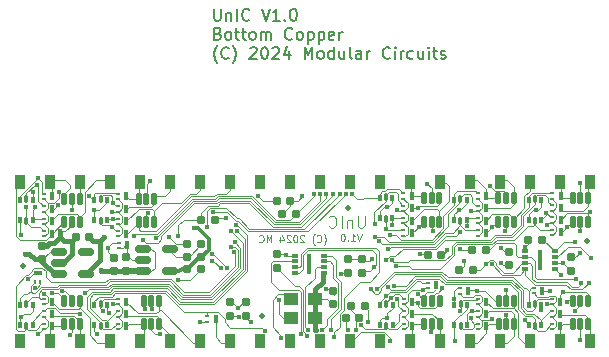
<source format=gbr>
%TF.GenerationSoftware,KiCad,Pcbnew,8.0.1-8.0.1-1~ubuntu22.04.1*%
%TF.CreationDate,2024-05-05T11:37:55-07:00*%
%TF.ProjectId,unic_gw1,756e6963-5f67-4773-912e-6b696361645f,1.0*%
%TF.SameCoordinates,Original*%
%TF.FileFunction,Copper,L4,Bot*%
%TF.FilePolarity,Positive*%
%FSLAX46Y46*%
G04 Gerber Fmt 4.6, Leading zero omitted, Abs format (unit mm)*
G04 Created by KiCad (PCBNEW 8.0.1-8.0.1-1~ubuntu22.04.1) date 2024-05-05 11:37:55*
%MOMM*%
%LPD*%
G01*
G04 APERTURE LIST*
G04 Aperture macros list*
%AMRoundRect*
0 Rectangle with rounded corners*
0 $1 Rounding radius*
0 $2 $3 $4 $5 $6 $7 $8 $9 X,Y pos of 4 corners*
0 Add a 4 corners polygon primitive as box body*
4,1,4,$2,$3,$4,$5,$6,$7,$8,$9,$2,$3,0*
0 Add four circle primitives for the rounded corners*
1,1,$1+$1,$2,$3*
1,1,$1+$1,$4,$5*
1,1,$1+$1,$6,$7*
1,1,$1+$1,$8,$9*
0 Add four rect primitives between the rounded corners*
20,1,$1+$1,$2,$3,$4,$5,0*
20,1,$1+$1,$4,$5,$6,$7,0*
20,1,$1+$1,$6,$7,$8,$9,0*
20,1,$1+$1,$8,$9,$2,$3,0*%
G04 Aperture macros list end*
%ADD10C,0.100000*%
%TA.AperFunction,NonConductor*%
%ADD11C,0.100000*%
%TD*%
%ADD12C,0.150000*%
%TA.AperFunction,NonConductor*%
%ADD13C,0.150000*%
%TD*%
%TA.AperFunction,ComponentPad*%
%ADD14C,0.400000*%
%TD*%
%TA.AperFunction,SMDPad,CuDef*%
%ADD15RoundRect,0.225000X0.225000X-0.400000X0.225000X0.400000X-0.225000X0.400000X-0.225000X-0.400000X0*%
%TD*%
%TA.AperFunction,SMDPad,CuDef*%
%ADD16RoundRect,0.160000X0.197500X0.160000X-0.197500X0.160000X-0.197500X-0.160000X0.197500X-0.160000X0*%
%TD*%
%TA.AperFunction,SMDPad,CuDef*%
%ADD17RoundRect,0.050000X0.150000X0.075000X-0.150000X0.075000X-0.150000X-0.075000X0.150000X-0.075000X0*%
%TD*%
%TA.AperFunction,SMDPad,CuDef*%
%ADD18RoundRect,0.050000X0.150000X0.300000X-0.150000X0.300000X-0.150000X-0.300000X0.150000X-0.300000X0*%
%TD*%
%TA.AperFunction,SMDPad,CuDef*%
%ADD19C,0.500000*%
%TD*%
%TA.AperFunction,SMDPad,CuDef*%
%ADD20RoundRect,0.155000X-0.155000X0.212500X-0.155000X-0.212500X0.155000X-0.212500X0.155000X0.212500X0*%
%TD*%
%TA.AperFunction,SMDPad,CuDef*%
%ADD21RoundRect,0.093750X0.093750X-0.156250X0.093750X0.156250X-0.093750X0.156250X-0.093750X-0.156250X0*%
%TD*%
%TA.AperFunction,SMDPad,CuDef*%
%ADD22RoundRect,0.075000X0.075000X-0.250000X0.075000X0.250000X-0.075000X0.250000X-0.075000X-0.250000X0*%
%TD*%
%TA.AperFunction,SMDPad,CuDef*%
%ADD23RoundRect,0.019500X0.175500X-0.465500X0.175500X0.465500X-0.175500X0.465500X-0.175500X-0.465500X0*%
%TD*%
%TA.AperFunction,SMDPad,CuDef*%
%ADD24RoundRect,0.019500X-0.175500X0.465500X-0.175500X-0.465500X0.175500X-0.465500X0.175500X0.465500X0*%
%TD*%
%TA.AperFunction,SMDPad,CuDef*%
%ADD25RoundRect,0.155000X-0.212500X-0.155000X0.212500X-0.155000X0.212500X0.155000X-0.212500X0.155000X0*%
%TD*%
%TA.AperFunction,SMDPad,CuDef*%
%ADD26RoundRect,0.160000X-0.160000X0.197500X-0.160000X-0.197500X0.160000X-0.197500X0.160000X0.197500X0*%
%TD*%
%TA.AperFunction,SMDPad,CuDef*%
%ADD27RoundRect,0.160000X0.160000X-0.197500X0.160000X0.197500X-0.160000X0.197500X-0.160000X-0.197500X0*%
%TD*%
%TA.AperFunction,SMDPad,CuDef*%
%ADD28RoundRect,0.160000X-0.197500X-0.160000X0.197500X-0.160000X0.197500X0.160000X-0.197500X0.160000X0*%
%TD*%
%TA.AperFunction,SMDPad,CuDef*%
%ADD29RoundRect,0.155000X0.212500X0.155000X-0.212500X0.155000X-0.212500X-0.155000X0.212500X-0.155000X0*%
%TD*%
%TA.AperFunction,SMDPad,CuDef*%
%ADD30R,1.300000X1.100000*%
%TD*%
%TA.AperFunction,SMDPad,CuDef*%
%ADD31RoundRect,0.150000X0.512500X0.150000X-0.512500X0.150000X-0.512500X-0.150000X0.512500X-0.150000X0*%
%TD*%
%TA.AperFunction,SMDPad,CuDef*%
%ADD32RoundRect,0.155000X0.155000X-0.212500X0.155000X0.212500X-0.155000X0.212500X-0.155000X-0.212500X0*%
%TD*%
%TA.AperFunction,SMDPad,CuDef*%
%ADD33R,0.600000X0.300000*%
%TD*%
%TA.AperFunction,SMDPad,CuDef*%
%ADD34R,0.300000X1.700000*%
%TD*%
%TA.AperFunction,SMDPad,CuDef*%
%ADD35RoundRect,0.050000X-0.075000X0.150000X-0.075000X-0.150000X0.075000X-0.150000X0.075000X0.150000X0*%
%TD*%
%TA.AperFunction,SMDPad,CuDef*%
%ADD36RoundRect,0.050000X-0.300000X0.150000X-0.300000X-0.150000X0.300000X-0.150000X0.300000X0.150000X0*%
%TD*%
%TA.AperFunction,ViaPad*%
%ADD37C,0.400000*%
%TD*%
%TA.AperFunction,Conductor*%
%ADD38C,0.100000*%
%TD*%
%TA.AperFunction,Conductor*%
%ADD39C,0.400000*%
%TD*%
%TA.AperFunction,Conductor*%
%ADD40C,0.500000*%
%TD*%
%TA.AperFunction,Conductor*%
%ADD41C,0.300000*%
%TD*%
G04 APERTURE END LIST*
D10*
D11*
X68363615Y-58832919D02*
X68363615Y-59642442D01*
X68363615Y-59642442D02*
X68315996Y-59737680D01*
X68315996Y-59737680D02*
X68268377Y-59785300D01*
X68268377Y-59785300D02*
X68173139Y-59832919D01*
X68173139Y-59832919D02*
X67982663Y-59832919D01*
X67982663Y-59832919D02*
X67887425Y-59785300D01*
X67887425Y-59785300D02*
X67839806Y-59737680D01*
X67839806Y-59737680D02*
X67792187Y-59642442D01*
X67792187Y-59642442D02*
X67792187Y-58832919D01*
X67315996Y-59166252D02*
X67315996Y-59832919D01*
X67315996Y-59261490D02*
X67268377Y-59213871D01*
X67268377Y-59213871D02*
X67173139Y-59166252D01*
X67173139Y-59166252D02*
X67030282Y-59166252D01*
X67030282Y-59166252D02*
X66935044Y-59213871D01*
X66935044Y-59213871D02*
X66887425Y-59309109D01*
X66887425Y-59309109D02*
X66887425Y-59832919D01*
X66411234Y-59832919D02*
X66411234Y-58832919D01*
X65363616Y-59737680D02*
X65411235Y-59785300D01*
X65411235Y-59785300D02*
X65554092Y-59832919D01*
X65554092Y-59832919D02*
X65649330Y-59832919D01*
X65649330Y-59832919D02*
X65792187Y-59785300D01*
X65792187Y-59785300D02*
X65887425Y-59690061D01*
X65887425Y-59690061D02*
X65935044Y-59594823D01*
X65935044Y-59594823D02*
X65982663Y-59404347D01*
X65982663Y-59404347D02*
X65982663Y-59261490D01*
X65982663Y-59261490D02*
X65935044Y-59071014D01*
X65935044Y-59071014D02*
X65887425Y-58975776D01*
X65887425Y-58975776D02*
X65792187Y-58880538D01*
X65792187Y-58880538D02*
X65649330Y-58832919D01*
X65649330Y-58832919D02*
X65554092Y-58832919D01*
X65554092Y-58832919D02*
X65411235Y-58880538D01*
X65411235Y-58880538D02*
X65363616Y-58928157D01*
D12*
D13*
X55609279Y-41319931D02*
X55609279Y-42129454D01*
X55609279Y-42129454D02*
X55656898Y-42224692D01*
X55656898Y-42224692D02*
X55704517Y-42272312D01*
X55704517Y-42272312D02*
X55799755Y-42319931D01*
X55799755Y-42319931D02*
X55990231Y-42319931D01*
X55990231Y-42319931D02*
X56085469Y-42272312D01*
X56085469Y-42272312D02*
X56133088Y-42224692D01*
X56133088Y-42224692D02*
X56180707Y-42129454D01*
X56180707Y-42129454D02*
X56180707Y-41319931D01*
X56656898Y-41653264D02*
X56656898Y-42319931D01*
X56656898Y-41748502D02*
X56704517Y-41700883D01*
X56704517Y-41700883D02*
X56799755Y-41653264D01*
X56799755Y-41653264D02*
X56942612Y-41653264D01*
X56942612Y-41653264D02*
X57037850Y-41700883D01*
X57037850Y-41700883D02*
X57085469Y-41796121D01*
X57085469Y-41796121D02*
X57085469Y-42319931D01*
X57561660Y-42319931D02*
X57561660Y-41319931D01*
X58609278Y-42224692D02*
X58561659Y-42272312D01*
X58561659Y-42272312D02*
X58418802Y-42319931D01*
X58418802Y-42319931D02*
X58323564Y-42319931D01*
X58323564Y-42319931D02*
X58180707Y-42272312D01*
X58180707Y-42272312D02*
X58085469Y-42177073D01*
X58085469Y-42177073D02*
X58037850Y-42081835D01*
X58037850Y-42081835D02*
X57990231Y-41891359D01*
X57990231Y-41891359D02*
X57990231Y-41748502D01*
X57990231Y-41748502D02*
X58037850Y-41558026D01*
X58037850Y-41558026D02*
X58085469Y-41462788D01*
X58085469Y-41462788D02*
X58180707Y-41367550D01*
X58180707Y-41367550D02*
X58323564Y-41319931D01*
X58323564Y-41319931D02*
X58418802Y-41319931D01*
X58418802Y-41319931D02*
X58561659Y-41367550D01*
X58561659Y-41367550D02*
X58609278Y-41415169D01*
X59656898Y-41319931D02*
X59990231Y-42319931D01*
X59990231Y-42319931D02*
X60323564Y-41319931D01*
X61180707Y-42319931D02*
X60609279Y-42319931D01*
X60894993Y-42319931D02*
X60894993Y-41319931D01*
X60894993Y-41319931D02*
X60799755Y-41462788D01*
X60799755Y-41462788D02*
X60704517Y-41558026D01*
X60704517Y-41558026D02*
X60609279Y-41605645D01*
X61609279Y-42224692D02*
X61656898Y-42272312D01*
X61656898Y-42272312D02*
X61609279Y-42319931D01*
X61609279Y-42319931D02*
X61561660Y-42272312D01*
X61561660Y-42272312D02*
X61609279Y-42224692D01*
X61609279Y-42224692D02*
X61609279Y-42319931D01*
X62275945Y-41319931D02*
X62371183Y-41319931D01*
X62371183Y-41319931D02*
X62466421Y-41367550D01*
X62466421Y-41367550D02*
X62514040Y-41415169D01*
X62514040Y-41415169D02*
X62561659Y-41510407D01*
X62561659Y-41510407D02*
X62609278Y-41700883D01*
X62609278Y-41700883D02*
X62609278Y-41938978D01*
X62609278Y-41938978D02*
X62561659Y-42129454D01*
X62561659Y-42129454D02*
X62514040Y-42224692D01*
X62514040Y-42224692D02*
X62466421Y-42272312D01*
X62466421Y-42272312D02*
X62371183Y-42319931D01*
X62371183Y-42319931D02*
X62275945Y-42319931D01*
X62275945Y-42319931D02*
X62180707Y-42272312D01*
X62180707Y-42272312D02*
X62133088Y-42224692D01*
X62133088Y-42224692D02*
X62085469Y-42129454D01*
X62085469Y-42129454D02*
X62037850Y-41938978D01*
X62037850Y-41938978D02*
X62037850Y-41700883D01*
X62037850Y-41700883D02*
X62085469Y-41510407D01*
X62085469Y-41510407D02*
X62133088Y-41415169D01*
X62133088Y-41415169D02*
X62180707Y-41367550D01*
X62180707Y-41367550D02*
X62275945Y-41319931D01*
X55942612Y-43406065D02*
X56085469Y-43453684D01*
X56085469Y-43453684D02*
X56133088Y-43501303D01*
X56133088Y-43501303D02*
X56180707Y-43596541D01*
X56180707Y-43596541D02*
X56180707Y-43739398D01*
X56180707Y-43739398D02*
X56133088Y-43834636D01*
X56133088Y-43834636D02*
X56085469Y-43882256D01*
X56085469Y-43882256D02*
X55990231Y-43929875D01*
X55990231Y-43929875D02*
X55609279Y-43929875D01*
X55609279Y-43929875D02*
X55609279Y-42929875D01*
X55609279Y-42929875D02*
X55942612Y-42929875D01*
X55942612Y-42929875D02*
X56037850Y-42977494D01*
X56037850Y-42977494D02*
X56085469Y-43025113D01*
X56085469Y-43025113D02*
X56133088Y-43120351D01*
X56133088Y-43120351D02*
X56133088Y-43215589D01*
X56133088Y-43215589D02*
X56085469Y-43310827D01*
X56085469Y-43310827D02*
X56037850Y-43358446D01*
X56037850Y-43358446D02*
X55942612Y-43406065D01*
X55942612Y-43406065D02*
X55609279Y-43406065D01*
X56752136Y-43929875D02*
X56656898Y-43882256D01*
X56656898Y-43882256D02*
X56609279Y-43834636D01*
X56609279Y-43834636D02*
X56561660Y-43739398D01*
X56561660Y-43739398D02*
X56561660Y-43453684D01*
X56561660Y-43453684D02*
X56609279Y-43358446D01*
X56609279Y-43358446D02*
X56656898Y-43310827D01*
X56656898Y-43310827D02*
X56752136Y-43263208D01*
X56752136Y-43263208D02*
X56894993Y-43263208D01*
X56894993Y-43263208D02*
X56990231Y-43310827D01*
X56990231Y-43310827D02*
X57037850Y-43358446D01*
X57037850Y-43358446D02*
X57085469Y-43453684D01*
X57085469Y-43453684D02*
X57085469Y-43739398D01*
X57085469Y-43739398D02*
X57037850Y-43834636D01*
X57037850Y-43834636D02*
X56990231Y-43882256D01*
X56990231Y-43882256D02*
X56894993Y-43929875D01*
X56894993Y-43929875D02*
X56752136Y-43929875D01*
X57371184Y-43263208D02*
X57752136Y-43263208D01*
X57514041Y-42929875D02*
X57514041Y-43787017D01*
X57514041Y-43787017D02*
X57561660Y-43882256D01*
X57561660Y-43882256D02*
X57656898Y-43929875D01*
X57656898Y-43929875D02*
X57752136Y-43929875D01*
X57942613Y-43263208D02*
X58323565Y-43263208D01*
X58085470Y-42929875D02*
X58085470Y-43787017D01*
X58085470Y-43787017D02*
X58133089Y-43882256D01*
X58133089Y-43882256D02*
X58228327Y-43929875D01*
X58228327Y-43929875D02*
X58323565Y-43929875D01*
X58799756Y-43929875D02*
X58704518Y-43882256D01*
X58704518Y-43882256D02*
X58656899Y-43834636D01*
X58656899Y-43834636D02*
X58609280Y-43739398D01*
X58609280Y-43739398D02*
X58609280Y-43453684D01*
X58609280Y-43453684D02*
X58656899Y-43358446D01*
X58656899Y-43358446D02*
X58704518Y-43310827D01*
X58704518Y-43310827D02*
X58799756Y-43263208D01*
X58799756Y-43263208D02*
X58942613Y-43263208D01*
X58942613Y-43263208D02*
X59037851Y-43310827D01*
X59037851Y-43310827D02*
X59085470Y-43358446D01*
X59085470Y-43358446D02*
X59133089Y-43453684D01*
X59133089Y-43453684D02*
X59133089Y-43739398D01*
X59133089Y-43739398D02*
X59085470Y-43834636D01*
X59085470Y-43834636D02*
X59037851Y-43882256D01*
X59037851Y-43882256D02*
X58942613Y-43929875D01*
X58942613Y-43929875D02*
X58799756Y-43929875D01*
X59561661Y-43929875D02*
X59561661Y-43263208D01*
X59561661Y-43358446D02*
X59609280Y-43310827D01*
X59609280Y-43310827D02*
X59704518Y-43263208D01*
X59704518Y-43263208D02*
X59847375Y-43263208D01*
X59847375Y-43263208D02*
X59942613Y-43310827D01*
X59942613Y-43310827D02*
X59990232Y-43406065D01*
X59990232Y-43406065D02*
X59990232Y-43929875D01*
X59990232Y-43406065D02*
X60037851Y-43310827D01*
X60037851Y-43310827D02*
X60133089Y-43263208D01*
X60133089Y-43263208D02*
X60275946Y-43263208D01*
X60275946Y-43263208D02*
X60371185Y-43310827D01*
X60371185Y-43310827D02*
X60418804Y-43406065D01*
X60418804Y-43406065D02*
X60418804Y-43929875D01*
X62228327Y-43834636D02*
X62180708Y-43882256D01*
X62180708Y-43882256D02*
X62037851Y-43929875D01*
X62037851Y-43929875D02*
X61942613Y-43929875D01*
X61942613Y-43929875D02*
X61799756Y-43882256D01*
X61799756Y-43882256D02*
X61704518Y-43787017D01*
X61704518Y-43787017D02*
X61656899Y-43691779D01*
X61656899Y-43691779D02*
X61609280Y-43501303D01*
X61609280Y-43501303D02*
X61609280Y-43358446D01*
X61609280Y-43358446D02*
X61656899Y-43167970D01*
X61656899Y-43167970D02*
X61704518Y-43072732D01*
X61704518Y-43072732D02*
X61799756Y-42977494D01*
X61799756Y-42977494D02*
X61942613Y-42929875D01*
X61942613Y-42929875D02*
X62037851Y-42929875D01*
X62037851Y-42929875D02*
X62180708Y-42977494D01*
X62180708Y-42977494D02*
X62228327Y-43025113D01*
X62799756Y-43929875D02*
X62704518Y-43882256D01*
X62704518Y-43882256D02*
X62656899Y-43834636D01*
X62656899Y-43834636D02*
X62609280Y-43739398D01*
X62609280Y-43739398D02*
X62609280Y-43453684D01*
X62609280Y-43453684D02*
X62656899Y-43358446D01*
X62656899Y-43358446D02*
X62704518Y-43310827D01*
X62704518Y-43310827D02*
X62799756Y-43263208D01*
X62799756Y-43263208D02*
X62942613Y-43263208D01*
X62942613Y-43263208D02*
X63037851Y-43310827D01*
X63037851Y-43310827D02*
X63085470Y-43358446D01*
X63085470Y-43358446D02*
X63133089Y-43453684D01*
X63133089Y-43453684D02*
X63133089Y-43739398D01*
X63133089Y-43739398D02*
X63085470Y-43834636D01*
X63085470Y-43834636D02*
X63037851Y-43882256D01*
X63037851Y-43882256D02*
X62942613Y-43929875D01*
X62942613Y-43929875D02*
X62799756Y-43929875D01*
X63561661Y-43263208D02*
X63561661Y-44263208D01*
X63561661Y-43310827D02*
X63656899Y-43263208D01*
X63656899Y-43263208D02*
X63847375Y-43263208D01*
X63847375Y-43263208D02*
X63942613Y-43310827D01*
X63942613Y-43310827D02*
X63990232Y-43358446D01*
X63990232Y-43358446D02*
X64037851Y-43453684D01*
X64037851Y-43453684D02*
X64037851Y-43739398D01*
X64037851Y-43739398D02*
X63990232Y-43834636D01*
X63990232Y-43834636D02*
X63942613Y-43882256D01*
X63942613Y-43882256D02*
X63847375Y-43929875D01*
X63847375Y-43929875D02*
X63656899Y-43929875D01*
X63656899Y-43929875D02*
X63561661Y-43882256D01*
X64466423Y-43263208D02*
X64466423Y-44263208D01*
X64466423Y-43310827D02*
X64561661Y-43263208D01*
X64561661Y-43263208D02*
X64752137Y-43263208D01*
X64752137Y-43263208D02*
X64847375Y-43310827D01*
X64847375Y-43310827D02*
X64894994Y-43358446D01*
X64894994Y-43358446D02*
X64942613Y-43453684D01*
X64942613Y-43453684D02*
X64942613Y-43739398D01*
X64942613Y-43739398D02*
X64894994Y-43834636D01*
X64894994Y-43834636D02*
X64847375Y-43882256D01*
X64847375Y-43882256D02*
X64752137Y-43929875D01*
X64752137Y-43929875D02*
X64561661Y-43929875D01*
X64561661Y-43929875D02*
X64466423Y-43882256D01*
X65752137Y-43882256D02*
X65656899Y-43929875D01*
X65656899Y-43929875D02*
X65466423Y-43929875D01*
X65466423Y-43929875D02*
X65371185Y-43882256D01*
X65371185Y-43882256D02*
X65323566Y-43787017D01*
X65323566Y-43787017D02*
X65323566Y-43406065D01*
X65323566Y-43406065D02*
X65371185Y-43310827D01*
X65371185Y-43310827D02*
X65466423Y-43263208D01*
X65466423Y-43263208D02*
X65656899Y-43263208D01*
X65656899Y-43263208D02*
X65752137Y-43310827D01*
X65752137Y-43310827D02*
X65799756Y-43406065D01*
X65799756Y-43406065D02*
X65799756Y-43501303D01*
X65799756Y-43501303D02*
X65323566Y-43596541D01*
X66228328Y-43929875D02*
X66228328Y-43263208D01*
X66228328Y-43453684D02*
X66275947Y-43358446D01*
X66275947Y-43358446D02*
X66323566Y-43310827D01*
X66323566Y-43310827D02*
X66418804Y-43263208D01*
X66418804Y-43263208D02*
X66514042Y-43263208D01*
X55894993Y-45920771D02*
X55847374Y-45873152D01*
X55847374Y-45873152D02*
X55752136Y-45730295D01*
X55752136Y-45730295D02*
X55704517Y-45635057D01*
X55704517Y-45635057D02*
X55656898Y-45492200D01*
X55656898Y-45492200D02*
X55609279Y-45254104D01*
X55609279Y-45254104D02*
X55609279Y-45063628D01*
X55609279Y-45063628D02*
X55656898Y-44825533D01*
X55656898Y-44825533D02*
X55704517Y-44682676D01*
X55704517Y-44682676D02*
X55752136Y-44587438D01*
X55752136Y-44587438D02*
X55847374Y-44444580D01*
X55847374Y-44444580D02*
X55894993Y-44396961D01*
X56847374Y-45444580D02*
X56799755Y-45492200D01*
X56799755Y-45492200D02*
X56656898Y-45539819D01*
X56656898Y-45539819D02*
X56561660Y-45539819D01*
X56561660Y-45539819D02*
X56418803Y-45492200D01*
X56418803Y-45492200D02*
X56323565Y-45396961D01*
X56323565Y-45396961D02*
X56275946Y-45301723D01*
X56275946Y-45301723D02*
X56228327Y-45111247D01*
X56228327Y-45111247D02*
X56228327Y-44968390D01*
X56228327Y-44968390D02*
X56275946Y-44777914D01*
X56275946Y-44777914D02*
X56323565Y-44682676D01*
X56323565Y-44682676D02*
X56418803Y-44587438D01*
X56418803Y-44587438D02*
X56561660Y-44539819D01*
X56561660Y-44539819D02*
X56656898Y-44539819D01*
X56656898Y-44539819D02*
X56799755Y-44587438D01*
X56799755Y-44587438D02*
X56847374Y-44635057D01*
X57180708Y-45920771D02*
X57228327Y-45873152D01*
X57228327Y-45873152D02*
X57323565Y-45730295D01*
X57323565Y-45730295D02*
X57371184Y-45635057D01*
X57371184Y-45635057D02*
X57418803Y-45492200D01*
X57418803Y-45492200D02*
X57466422Y-45254104D01*
X57466422Y-45254104D02*
X57466422Y-45063628D01*
X57466422Y-45063628D02*
X57418803Y-44825533D01*
X57418803Y-44825533D02*
X57371184Y-44682676D01*
X57371184Y-44682676D02*
X57323565Y-44587438D01*
X57323565Y-44587438D02*
X57228327Y-44444580D01*
X57228327Y-44444580D02*
X57180708Y-44396961D01*
X58656899Y-44635057D02*
X58704518Y-44587438D01*
X58704518Y-44587438D02*
X58799756Y-44539819D01*
X58799756Y-44539819D02*
X59037851Y-44539819D01*
X59037851Y-44539819D02*
X59133089Y-44587438D01*
X59133089Y-44587438D02*
X59180708Y-44635057D01*
X59180708Y-44635057D02*
X59228327Y-44730295D01*
X59228327Y-44730295D02*
X59228327Y-44825533D01*
X59228327Y-44825533D02*
X59180708Y-44968390D01*
X59180708Y-44968390D02*
X58609280Y-45539819D01*
X58609280Y-45539819D02*
X59228327Y-45539819D01*
X59847375Y-44539819D02*
X59942613Y-44539819D01*
X59942613Y-44539819D02*
X60037851Y-44587438D01*
X60037851Y-44587438D02*
X60085470Y-44635057D01*
X60085470Y-44635057D02*
X60133089Y-44730295D01*
X60133089Y-44730295D02*
X60180708Y-44920771D01*
X60180708Y-44920771D02*
X60180708Y-45158866D01*
X60180708Y-45158866D02*
X60133089Y-45349342D01*
X60133089Y-45349342D02*
X60085470Y-45444580D01*
X60085470Y-45444580D02*
X60037851Y-45492200D01*
X60037851Y-45492200D02*
X59942613Y-45539819D01*
X59942613Y-45539819D02*
X59847375Y-45539819D01*
X59847375Y-45539819D02*
X59752137Y-45492200D01*
X59752137Y-45492200D02*
X59704518Y-45444580D01*
X59704518Y-45444580D02*
X59656899Y-45349342D01*
X59656899Y-45349342D02*
X59609280Y-45158866D01*
X59609280Y-45158866D02*
X59609280Y-44920771D01*
X59609280Y-44920771D02*
X59656899Y-44730295D01*
X59656899Y-44730295D02*
X59704518Y-44635057D01*
X59704518Y-44635057D02*
X59752137Y-44587438D01*
X59752137Y-44587438D02*
X59847375Y-44539819D01*
X60561661Y-44635057D02*
X60609280Y-44587438D01*
X60609280Y-44587438D02*
X60704518Y-44539819D01*
X60704518Y-44539819D02*
X60942613Y-44539819D01*
X60942613Y-44539819D02*
X61037851Y-44587438D01*
X61037851Y-44587438D02*
X61085470Y-44635057D01*
X61085470Y-44635057D02*
X61133089Y-44730295D01*
X61133089Y-44730295D02*
X61133089Y-44825533D01*
X61133089Y-44825533D02*
X61085470Y-44968390D01*
X61085470Y-44968390D02*
X60514042Y-45539819D01*
X60514042Y-45539819D02*
X61133089Y-45539819D01*
X61990232Y-44873152D02*
X61990232Y-45539819D01*
X61752137Y-44492200D02*
X61514042Y-45206485D01*
X61514042Y-45206485D02*
X62133089Y-45206485D01*
X63275947Y-45539819D02*
X63275947Y-44539819D01*
X63275947Y-44539819D02*
X63609280Y-45254104D01*
X63609280Y-45254104D02*
X63942613Y-44539819D01*
X63942613Y-44539819D02*
X63942613Y-45539819D01*
X64561661Y-45539819D02*
X64466423Y-45492200D01*
X64466423Y-45492200D02*
X64418804Y-45444580D01*
X64418804Y-45444580D02*
X64371185Y-45349342D01*
X64371185Y-45349342D02*
X64371185Y-45063628D01*
X64371185Y-45063628D02*
X64418804Y-44968390D01*
X64418804Y-44968390D02*
X64466423Y-44920771D01*
X64466423Y-44920771D02*
X64561661Y-44873152D01*
X64561661Y-44873152D02*
X64704518Y-44873152D01*
X64704518Y-44873152D02*
X64799756Y-44920771D01*
X64799756Y-44920771D02*
X64847375Y-44968390D01*
X64847375Y-44968390D02*
X64894994Y-45063628D01*
X64894994Y-45063628D02*
X64894994Y-45349342D01*
X64894994Y-45349342D02*
X64847375Y-45444580D01*
X64847375Y-45444580D02*
X64799756Y-45492200D01*
X64799756Y-45492200D02*
X64704518Y-45539819D01*
X64704518Y-45539819D02*
X64561661Y-45539819D01*
X65752137Y-45539819D02*
X65752137Y-44539819D01*
X65752137Y-45492200D02*
X65656899Y-45539819D01*
X65656899Y-45539819D02*
X65466423Y-45539819D01*
X65466423Y-45539819D02*
X65371185Y-45492200D01*
X65371185Y-45492200D02*
X65323566Y-45444580D01*
X65323566Y-45444580D02*
X65275947Y-45349342D01*
X65275947Y-45349342D02*
X65275947Y-45063628D01*
X65275947Y-45063628D02*
X65323566Y-44968390D01*
X65323566Y-44968390D02*
X65371185Y-44920771D01*
X65371185Y-44920771D02*
X65466423Y-44873152D01*
X65466423Y-44873152D02*
X65656899Y-44873152D01*
X65656899Y-44873152D02*
X65752137Y-44920771D01*
X66656899Y-44873152D02*
X66656899Y-45539819D01*
X66228328Y-44873152D02*
X66228328Y-45396961D01*
X66228328Y-45396961D02*
X66275947Y-45492200D01*
X66275947Y-45492200D02*
X66371185Y-45539819D01*
X66371185Y-45539819D02*
X66514042Y-45539819D01*
X66514042Y-45539819D02*
X66609280Y-45492200D01*
X66609280Y-45492200D02*
X66656899Y-45444580D01*
X67275947Y-45539819D02*
X67180709Y-45492200D01*
X67180709Y-45492200D02*
X67133090Y-45396961D01*
X67133090Y-45396961D02*
X67133090Y-44539819D01*
X68085471Y-45539819D02*
X68085471Y-45016009D01*
X68085471Y-45016009D02*
X68037852Y-44920771D01*
X68037852Y-44920771D02*
X67942614Y-44873152D01*
X67942614Y-44873152D02*
X67752138Y-44873152D01*
X67752138Y-44873152D02*
X67656900Y-44920771D01*
X68085471Y-45492200D02*
X67990233Y-45539819D01*
X67990233Y-45539819D02*
X67752138Y-45539819D01*
X67752138Y-45539819D02*
X67656900Y-45492200D01*
X67656900Y-45492200D02*
X67609281Y-45396961D01*
X67609281Y-45396961D02*
X67609281Y-45301723D01*
X67609281Y-45301723D02*
X67656900Y-45206485D01*
X67656900Y-45206485D02*
X67752138Y-45158866D01*
X67752138Y-45158866D02*
X67990233Y-45158866D01*
X67990233Y-45158866D02*
X68085471Y-45111247D01*
X68561662Y-45539819D02*
X68561662Y-44873152D01*
X68561662Y-45063628D02*
X68609281Y-44968390D01*
X68609281Y-44968390D02*
X68656900Y-44920771D01*
X68656900Y-44920771D02*
X68752138Y-44873152D01*
X68752138Y-44873152D02*
X68847376Y-44873152D01*
X70514043Y-45444580D02*
X70466424Y-45492200D01*
X70466424Y-45492200D02*
X70323567Y-45539819D01*
X70323567Y-45539819D02*
X70228329Y-45539819D01*
X70228329Y-45539819D02*
X70085472Y-45492200D01*
X70085472Y-45492200D02*
X69990234Y-45396961D01*
X69990234Y-45396961D02*
X69942615Y-45301723D01*
X69942615Y-45301723D02*
X69894996Y-45111247D01*
X69894996Y-45111247D02*
X69894996Y-44968390D01*
X69894996Y-44968390D02*
X69942615Y-44777914D01*
X69942615Y-44777914D02*
X69990234Y-44682676D01*
X69990234Y-44682676D02*
X70085472Y-44587438D01*
X70085472Y-44587438D02*
X70228329Y-44539819D01*
X70228329Y-44539819D02*
X70323567Y-44539819D01*
X70323567Y-44539819D02*
X70466424Y-44587438D01*
X70466424Y-44587438D02*
X70514043Y-44635057D01*
X70942615Y-45539819D02*
X70942615Y-44873152D01*
X70942615Y-44539819D02*
X70894996Y-44587438D01*
X70894996Y-44587438D02*
X70942615Y-44635057D01*
X70942615Y-44635057D02*
X70990234Y-44587438D01*
X70990234Y-44587438D02*
X70942615Y-44539819D01*
X70942615Y-44539819D02*
X70942615Y-44635057D01*
X71418805Y-45539819D02*
X71418805Y-44873152D01*
X71418805Y-45063628D02*
X71466424Y-44968390D01*
X71466424Y-44968390D02*
X71514043Y-44920771D01*
X71514043Y-44920771D02*
X71609281Y-44873152D01*
X71609281Y-44873152D02*
X71704519Y-44873152D01*
X72466424Y-45492200D02*
X72371186Y-45539819D01*
X72371186Y-45539819D02*
X72180710Y-45539819D01*
X72180710Y-45539819D02*
X72085472Y-45492200D01*
X72085472Y-45492200D02*
X72037853Y-45444580D01*
X72037853Y-45444580D02*
X71990234Y-45349342D01*
X71990234Y-45349342D02*
X71990234Y-45063628D01*
X71990234Y-45063628D02*
X72037853Y-44968390D01*
X72037853Y-44968390D02*
X72085472Y-44920771D01*
X72085472Y-44920771D02*
X72180710Y-44873152D01*
X72180710Y-44873152D02*
X72371186Y-44873152D01*
X72371186Y-44873152D02*
X72466424Y-44920771D01*
X73323567Y-44873152D02*
X73323567Y-45539819D01*
X72894996Y-44873152D02*
X72894996Y-45396961D01*
X72894996Y-45396961D02*
X72942615Y-45492200D01*
X72942615Y-45492200D02*
X73037853Y-45539819D01*
X73037853Y-45539819D02*
X73180710Y-45539819D01*
X73180710Y-45539819D02*
X73275948Y-45492200D01*
X73275948Y-45492200D02*
X73323567Y-45444580D01*
X73799758Y-45539819D02*
X73799758Y-44873152D01*
X73799758Y-44539819D02*
X73752139Y-44587438D01*
X73752139Y-44587438D02*
X73799758Y-44635057D01*
X73799758Y-44635057D02*
X73847377Y-44587438D01*
X73847377Y-44587438D02*
X73799758Y-44539819D01*
X73799758Y-44539819D02*
X73799758Y-44635057D01*
X74133091Y-44873152D02*
X74514043Y-44873152D01*
X74275948Y-44539819D02*
X74275948Y-45396961D01*
X74275948Y-45396961D02*
X74323567Y-45492200D01*
X74323567Y-45492200D02*
X74418805Y-45539819D01*
X74418805Y-45539819D02*
X74514043Y-45539819D01*
X74799758Y-45492200D02*
X74894996Y-45539819D01*
X74894996Y-45539819D02*
X75085472Y-45539819D01*
X75085472Y-45539819D02*
X75180710Y-45492200D01*
X75180710Y-45492200D02*
X75228329Y-45396961D01*
X75228329Y-45396961D02*
X75228329Y-45349342D01*
X75228329Y-45349342D02*
X75180710Y-45254104D01*
X75180710Y-45254104D02*
X75085472Y-45206485D01*
X75085472Y-45206485D02*
X74942615Y-45206485D01*
X74942615Y-45206485D02*
X74847377Y-45158866D01*
X74847377Y-45158866D02*
X74799758Y-45063628D01*
X74799758Y-45063628D02*
X74799758Y-45016009D01*
X74799758Y-45016009D02*
X74847377Y-44920771D01*
X74847377Y-44920771D02*
X74942615Y-44873152D01*
X74942615Y-44873152D02*
X75085472Y-44873152D01*
X75085472Y-44873152D02*
X75180710Y-44920771D01*
D10*
D11*
X68114568Y-60371871D02*
X67914568Y-60971871D01*
X67914568Y-60971871D02*
X67714568Y-60371871D01*
X67200282Y-60971871D02*
X67543139Y-60971871D01*
X67371710Y-60971871D02*
X67371710Y-60371871D01*
X67371710Y-60371871D02*
X67428853Y-60457585D01*
X67428853Y-60457585D02*
X67485996Y-60514728D01*
X67485996Y-60514728D02*
X67543139Y-60543300D01*
X66943138Y-60914728D02*
X66914567Y-60943300D01*
X66914567Y-60943300D02*
X66943138Y-60971871D01*
X66943138Y-60971871D02*
X66971710Y-60943300D01*
X66971710Y-60943300D02*
X66943138Y-60914728D01*
X66943138Y-60914728D02*
X66943138Y-60971871D01*
X66543139Y-60371871D02*
X66485996Y-60371871D01*
X66485996Y-60371871D02*
X66428853Y-60400442D01*
X66428853Y-60400442D02*
X66400282Y-60429014D01*
X66400282Y-60429014D02*
X66371710Y-60486157D01*
X66371710Y-60486157D02*
X66343139Y-60600442D01*
X66343139Y-60600442D02*
X66343139Y-60743300D01*
X66343139Y-60743300D02*
X66371710Y-60857585D01*
X66371710Y-60857585D02*
X66400282Y-60914728D01*
X66400282Y-60914728D02*
X66428853Y-60943300D01*
X66428853Y-60943300D02*
X66485996Y-60971871D01*
X66485996Y-60971871D02*
X66543139Y-60971871D01*
X66543139Y-60971871D02*
X66600282Y-60943300D01*
X66600282Y-60943300D02*
X66628853Y-60914728D01*
X66628853Y-60914728D02*
X66657424Y-60857585D01*
X66657424Y-60857585D02*
X66685996Y-60743300D01*
X66685996Y-60743300D02*
X66685996Y-60600442D01*
X66685996Y-60600442D02*
X66657424Y-60486157D01*
X66657424Y-60486157D02*
X66628853Y-60429014D01*
X66628853Y-60429014D02*
X66600282Y-60400442D01*
X66600282Y-60400442D02*
X66543139Y-60371871D01*
D10*
D11*
X64897425Y-61299942D02*
X64925996Y-61271371D01*
X64925996Y-61271371D02*
X64983139Y-61185657D01*
X64983139Y-61185657D02*
X65011711Y-61128514D01*
X65011711Y-61128514D02*
X65040282Y-61042800D01*
X65040282Y-61042800D02*
X65068853Y-60899942D01*
X65068853Y-60899942D02*
X65068853Y-60785657D01*
X65068853Y-60785657D02*
X65040282Y-60642800D01*
X65040282Y-60642800D02*
X65011711Y-60557085D01*
X65011711Y-60557085D02*
X64983139Y-60499942D01*
X64983139Y-60499942D02*
X64925996Y-60414228D01*
X64925996Y-60414228D02*
X64897425Y-60385657D01*
X64325996Y-61014228D02*
X64354568Y-61042800D01*
X64354568Y-61042800D02*
X64440282Y-61071371D01*
X64440282Y-61071371D02*
X64497425Y-61071371D01*
X64497425Y-61071371D02*
X64583139Y-61042800D01*
X64583139Y-61042800D02*
X64640282Y-60985657D01*
X64640282Y-60985657D02*
X64668853Y-60928514D01*
X64668853Y-60928514D02*
X64697425Y-60814228D01*
X64697425Y-60814228D02*
X64697425Y-60728514D01*
X64697425Y-60728514D02*
X64668853Y-60614228D01*
X64668853Y-60614228D02*
X64640282Y-60557085D01*
X64640282Y-60557085D02*
X64583139Y-60499942D01*
X64583139Y-60499942D02*
X64497425Y-60471371D01*
X64497425Y-60471371D02*
X64440282Y-60471371D01*
X64440282Y-60471371D02*
X64354568Y-60499942D01*
X64354568Y-60499942D02*
X64325996Y-60528514D01*
X64125996Y-61299942D02*
X64097425Y-61271371D01*
X64097425Y-61271371D02*
X64040282Y-61185657D01*
X64040282Y-61185657D02*
X64011711Y-61128514D01*
X64011711Y-61128514D02*
X63983139Y-61042800D01*
X63983139Y-61042800D02*
X63954568Y-60899942D01*
X63954568Y-60899942D02*
X63954568Y-60785657D01*
X63954568Y-60785657D02*
X63983139Y-60642800D01*
X63983139Y-60642800D02*
X64011711Y-60557085D01*
X64011711Y-60557085D02*
X64040282Y-60499942D01*
X64040282Y-60499942D02*
X64097425Y-60414228D01*
X64097425Y-60414228D02*
X64125996Y-60385657D01*
X63240282Y-60528514D02*
X63211710Y-60499942D01*
X63211710Y-60499942D02*
X63154568Y-60471371D01*
X63154568Y-60471371D02*
X63011710Y-60471371D01*
X63011710Y-60471371D02*
X62954568Y-60499942D01*
X62954568Y-60499942D02*
X62925996Y-60528514D01*
X62925996Y-60528514D02*
X62897425Y-60585657D01*
X62897425Y-60585657D02*
X62897425Y-60642800D01*
X62897425Y-60642800D02*
X62925996Y-60728514D01*
X62925996Y-60728514D02*
X63268853Y-61071371D01*
X63268853Y-61071371D02*
X62897425Y-61071371D01*
X62525996Y-60471371D02*
X62468853Y-60471371D01*
X62468853Y-60471371D02*
X62411710Y-60499942D01*
X62411710Y-60499942D02*
X62383139Y-60528514D01*
X62383139Y-60528514D02*
X62354567Y-60585657D01*
X62354567Y-60585657D02*
X62325996Y-60699942D01*
X62325996Y-60699942D02*
X62325996Y-60842800D01*
X62325996Y-60842800D02*
X62354567Y-60957085D01*
X62354567Y-60957085D02*
X62383139Y-61014228D01*
X62383139Y-61014228D02*
X62411710Y-61042800D01*
X62411710Y-61042800D02*
X62468853Y-61071371D01*
X62468853Y-61071371D02*
X62525996Y-61071371D01*
X62525996Y-61071371D02*
X62583139Y-61042800D01*
X62583139Y-61042800D02*
X62611710Y-61014228D01*
X62611710Y-61014228D02*
X62640281Y-60957085D01*
X62640281Y-60957085D02*
X62668853Y-60842800D01*
X62668853Y-60842800D02*
X62668853Y-60699942D01*
X62668853Y-60699942D02*
X62640281Y-60585657D01*
X62640281Y-60585657D02*
X62611710Y-60528514D01*
X62611710Y-60528514D02*
X62583139Y-60499942D01*
X62583139Y-60499942D02*
X62525996Y-60471371D01*
X62097424Y-60528514D02*
X62068852Y-60499942D01*
X62068852Y-60499942D02*
X62011710Y-60471371D01*
X62011710Y-60471371D02*
X61868852Y-60471371D01*
X61868852Y-60471371D02*
X61811710Y-60499942D01*
X61811710Y-60499942D02*
X61783138Y-60528514D01*
X61783138Y-60528514D02*
X61754567Y-60585657D01*
X61754567Y-60585657D02*
X61754567Y-60642800D01*
X61754567Y-60642800D02*
X61783138Y-60728514D01*
X61783138Y-60728514D02*
X62125995Y-61071371D01*
X62125995Y-61071371D02*
X61754567Y-61071371D01*
X61240281Y-60671371D02*
X61240281Y-61071371D01*
X61383138Y-60442800D02*
X61525995Y-60871371D01*
X61525995Y-60871371D02*
X61154566Y-60871371D01*
X60468851Y-61071371D02*
X60468851Y-60471371D01*
X60468851Y-60471371D02*
X60268851Y-60899942D01*
X60268851Y-60899942D02*
X60068851Y-60471371D01*
X60068851Y-60471371D02*
X60068851Y-61071371D01*
X59440280Y-61014228D02*
X59468852Y-61042800D01*
X59468852Y-61042800D02*
X59554566Y-61071371D01*
X59554566Y-61071371D02*
X59611709Y-61071371D01*
X59611709Y-61071371D02*
X59697423Y-61042800D01*
X59697423Y-61042800D02*
X59754566Y-60985657D01*
X59754566Y-60985657D02*
X59783137Y-60928514D01*
X59783137Y-60928514D02*
X59811709Y-60814228D01*
X59811709Y-60814228D02*
X59811709Y-60728514D01*
X59811709Y-60728514D02*
X59783137Y-60614228D01*
X59783137Y-60614228D02*
X59754566Y-60557085D01*
X59754566Y-60557085D02*
X59697423Y-60499942D01*
X59697423Y-60499942D02*
X59611709Y-60471371D01*
X59611709Y-60471371D02*
X59554566Y-60471371D01*
X59554566Y-60471371D02*
X59468852Y-60499942D01*
X59468852Y-60499942D02*
X59440280Y-60528514D01*
D14*
%TO.P,SOCKET1,1,Pin_1*%
%TO.N,/PIN1*%
X39172500Y-69570000D03*
D15*
X39172500Y-69445000D03*
D14*
%TO.P,SOCKET1,2,Pin_2*%
%TO.N,/PIN2*%
X41712500Y-69570000D03*
D15*
X41712500Y-69445000D03*
D14*
%TO.P,SOCKET1,3,Pin_3*%
%TO.N,/PIN3*%
X44252500Y-69570000D03*
D15*
X44252500Y-69445000D03*
D14*
%TO.P,SOCKET1,4,Pin_4*%
%TO.N,/PIN4*%
X46792500Y-69570000D03*
D15*
X46792500Y-69445000D03*
D14*
%TO.P,SOCKET1,5,Pin_5*%
%TO.N,/PIN5*%
X49332500Y-69570000D03*
D15*
X49332500Y-69445000D03*
D14*
%TO.P,SOCKET1,6,Pin_6*%
%TO.N,/PIN6*%
X51872500Y-69570000D03*
D15*
X51872500Y-69445000D03*
D14*
%TO.P,SOCKET1,7,Pin_7*%
%TO.N,/PIN7*%
X54412500Y-69570000D03*
D15*
X54412500Y-69445000D03*
D14*
%TO.P,SOCKET1,8,Pin_8*%
%TO.N,/PIN8*%
X56952500Y-69570000D03*
D15*
X56952500Y-69445000D03*
D14*
%TO.P,SOCKET1,9,Pin_9*%
%TO.N,/PIN9*%
X59492500Y-69570000D03*
D15*
X59492500Y-69445000D03*
D14*
%TO.P,SOCKET1,10,Pin_10*%
%TO.N,/PIN10*%
X62032500Y-69570000D03*
D15*
X62032500Y-69445000D03*
D14*
%TO.P,SOCKET1,11,Pin_11*%
%TO.N,/PIN11*%
X64572500Y-69570000D03*
D15*
X64572500Y-69445000D03*
D14*
%TO.P,SOCKET1,12,Pin_12*%
%TO.N,/PIN12*%
X67112500Y-69570000D03*
D15*
X67112500Y-69445000D03*
D14*
%TO.P,SOCKET1,13,Pin_13*%
%TO.N,/PIN13*%
X69652500Y-69570000D03*
D15*
X69652500Y-69445000D03*
D14*
%TO.P,SOCKET1,14,Pin_14*%
%TO.N,/PIN14*%
X72192500Y-69570000D03*
D15*
X72192500Y-69445000D03*
D14*
%TO.P,SOCKET1,15,Pin_15*%
%TO.N,/PIN15*%
X74732500Y-69570000D03*
D15*
X74732500Y-69445000D03*
D14*
%TO.P,SOCKET1,16,Pin_16*%
%TO.N,/PIN16*%
X77272500Y-69570000D03*
D15*
X77272500Y-69445000D03*
D14*
%TO.P,SOCKET1,17,Pin_17*%
%TO.N,/PIN17*%
X79812500Y-69570000D03*
D15*
X79812500Y-69445000D03*
D14*
%TO.P,SOCKET1,18,Pin_18*%
%TO.N,/PIN18*%
X82352500Y-69570000D03*
D15*
X82352500Y-69445000D03*
D14*
%TO.P,SOCKET1,19,Pin_19*%
%TO.N,/PIN19*%
X84892500Y-69570000D03*
D15*
X84892500Y-69445000D03*
D14*
%TO.P,SOCKET1,20,Pin_20*%
%TO.N,/PIN20*%
X87432500Y-69570000D03*
D15*
X87432500Y-69445000D03*
%TO.P,SOCKET1,21,Pin_21*%
%TO.N,/PIN21*%
X87432500Y-55955000D03*
D14*
X87432500Y-55830000D03*
D15*
%TO.P,SOCKET1,22,Pin_22*%
%TO.N,/PIN22*%
X84892500Y-55955000D03*
D14*
X84892500Y-55830000D03*
D15*
%TO.P,SOCKET1,23,Pin_23*%
%TO.N,/PIN23*%
X82352500Y-55955000D03*
D14*
X82352500Y-55830000D03*
D15*
%TO.P,SOCKET1,24,Pin_24*%
%TO.N,/PIN24*%
X79812500Y-55955000D03*
D14*
X79812500Y-55830000D03*
D15*
%TO.P,SOCKET1,25,Pin_25*%
%TO.N,/PIN25*%
X77272500Y-55955000D03*
D14*
X77272500Y-55830000D03*
D15*
%TO.P,SOCKET1,26,Pin_26*%
%TO.N,/PIN26*%
X74732500Y-55955000D03*
D14*
X74732500Y-55830000D03*
D15*
%TO.P,SOCKET1,27,Pin_27*%
%TO.N,/PIN27*%
X72192500Y-55955000D03*
D14*
X72192500Y-55830000D03*
D15*
%TO.P,SOCKET1,28,Pin_28*%
%TO.N,/PIN28*%
X69652500Y-55955000D03*
D14*
X69652500Y-55830000D03*
D15*
%TO.P,SOCKET1,29,Pin_29*%
%TO.N,/PIN29*%
X67112500Y-55955000D03*
D14*
X67112500Y-55830000D03*
D15*
%TO.P,SOCKET1,30,Pin_30*%
%TO.N,/PIN30*%
X64572500Y-55955000D03*
D14*
X64572500Y-55830000D03*
D15*
%TO.P,SOCKET1,31,Pin_31*%
%TO.N,/PIN31*%
X62032500Y-55955000D03*
D14*
X62032500Y-55830000D03*
D15*
%TO.P,SOCKET1,32,Pin_32*%
%TO.N,/PIN32*%
X59492500Y-55955000D03*
D14*
X59492500Y-55830000D03*
D15*
%TO.P,SOCKET1,33,Pin_33*%
%TO.N,/PIN33*%
X56952500Y-55955000D03*
D14*
X56952500Y-55830000D03*
D15*
%TO.P,SOCKET1,34,Pin_34*%
%TO.N,/PIN34*%
X54412500Y-55955000D03*
D14*
X54412500Y-55830000D03*
D15*
%TO.P,SOCKET1,35,Pin_35*%
%TO.N,/PIN35*%
X51872500Y-55955000D03*
D14*
X51872500Y-55830000D03*
D15*
%TO.P,SOCKET1,36,Pin_36*%
%TO.N,/PIN36*%
X49332500Y-55955000D03*
D14*
X49332500Y-55830000D03*
D15*
%TO.P,SOCKET1,37,Pin_37*%
%TO.N,/PIN37*%
X46792500Y-55955000D03*
D14*
X46792500Y-55830000D03*
D15*
%TO.P,SOCKET1,38,Pin_38*%
%TO.N,/PIN38*%
X44252500Y-55955000D03*
D14*
X44252500Y-55830000D03*
D15*
%TO.P,SOCKET1,39,Pin_39*%
%TO.N,/PIN39*%
X41712500Y-55955000D03*
D14*
X41712500Y-55830000D03*
D15*
%TO.P,SOCKET1,40,Pin_40*%
%TO.N,/PIN40*%
X39172500Y-55955000D03*
D14*
X39172500Y-55830000D03*
%TD*%
D16*
%TO.P,R6,1*%
%TO.N,/JTAG_TCK*%
X54480000Y-59150000D03*
%TO.P,R6,2*%
%TO.N,GND*%
X55675000Y-59150000D03*
%TD*%
D17*
%TO.P,Q13,1,G*%
%TO.N,+5V*%
X71657500Y-67375000D03*
%TO.P,Q13,2,S*%
%TO.N,/PIN15_F*%
X71657500Y-66925000D03*
D18*
%TO.P,Q13,3,D*%
%TO.N,/PIN15*%
X72357500Y-67150000D03*
%TD*%
D19*
%TO.P,FID1,*%
%TO.N,*%
X66977500Y-58150000D03*
%TD*%
D20*
%TO.P,C1,1*%
%TO.N,LINE*%
X47177500Y-63517500D03*
%TO.P,C1,2*%
%TO.N,GND*%
X47177500Y-62382500D03*
%TD*%
D21*
%TO.P,D28,1,K*%
%TO.N,/PIN27_F*%
X69640000Y-57300000D03*
D22*
%TO.P,D28,2,K*%
%TO.N,/PIN31_F*%
X70177500Y-57225000D03*
D21*
%TO.P,D28,3,A*%
%TO.N,+3V3*%
X70715000Y-57300000D03*
%TO.P,D28,4,K*%
%TO.N,/PIN26_F*%
X70715000Y-59000000D03*
D22*
%TO.P,D28,5,K*%
%TO.N,/PIN32_F*%
X70177500Y-59075000D03*
D21*
%TO.P,D28,6,A*%
%TO.N,+3V3*%
X69640000Y-59000000D03*
%TD*%
D17*
%TO.P,Q32,1,G*%
%TO.N,+5V*%
X71650000Y-60525000D03*
%TO.P,Q32,2,S*%
%TO.N,/PIN32_F*%
X71650000Y-60075000D03*
D18*
%TO.P,Q32,3,D*%
%TO.N,/PIN32*%
X72350000Y-60300000D03*
%TD*%
D23*
%TO.P,D3,1*%
%TO.N,/PIN9*%
X73407500Y-66020000D03*
%TO.P,D3,2*%
%TO.N,LINE*%
X74057500Y-66020000D03*
%TO.P,D3,3*%
%TO.N,/PIN10*%
X74707500Y-66020000D03*
D24*
%TO.P,D3,4*%
%TO.N,/PIN15*%
X74707500Y-67980000D03*
%TO.P,D3,5*%
%TO.N,GND*%
X74057500Y-67980000D03*
%TO.P,D3,6*%
%TO.N,/PIN14*%
X73407500Y-67980000D03*
%TD*%
D17*
%TO.P,Q23,1,G*%
%TO.N,+5V*%
X77927500Y-57375000D03*
%TO.P,Q23,2,S*%
%TO.N,/PIN25_F*%
X77927500Y-56925000D03*
D18*
%TO.P,Q23,3,D*%
%TO.N,/PIN25*%
X78627500Y-57150000D03*
%TD*%
D17*
%TO.P,Q38,1,G*%
%TO.N,+5V*%
X41177500Y-58475000D03*
%TO.P,Q38,2,S*%
%TO.N,/PIN38_F*%
X41177500Y-58025000D03*
D18*
%TO.P,Q38,3,D*%
%TO.N,/PIN38*%
X41877500Y-58250000D03*
%TD*%
D25*
%TO.P,C19,1*%
%TO.N,+3V3*%
X62055000Y-57610000D03*
%TO.P,C19,2*%
%TO.N,GND*%
X60920000Y-57610000D03*
%TD*%
D26*
%TO.P,R17,1*%
%TO.N,LINE*%
X48177500Y-63551500D03*
%TO.P,R17,2*%
%TO.N,Net-(Q41-D)*%
X48177500Y-62356500D03*
%TD*%
D17*
%TO.P,Q8,1,G*%
%TO.N,+5V*%
X47477500Y-68415000D03*
%TO.P,Q8,2,S*%
%TO.N,/PIN5_F*%
X47477500Y-67965000D03*
D18*
%TO.P,Q8,3,D*%
%TO.N,/PIN5*%
X48177500Y-68190000D03*
%TD*%
D17*
%TO.P,Q26,1,G*%
%TO.N,+5V*%
X84250000Y-60450000D03*
%TO.P,Q26,2,S*%
%TO.N,/PIN30_F*%
X84250000Y-60000000D03*
D18*
%TO.P,Q26,3,D*%
%TO.N,/PIN30*%
X84950000Y-60225000D03*
%TD*%
D27*
%TO.P,R13,1*%
%TO.N,+3V3*%
X68157500Y-62512500D03*
%TO.P,R13,2*%
%TO.N,/PSRAM_CS_N*%
X68157500Y-63707500D03*
%TD*%
D17*
%TO.P,Q7,1,G*%
%TO.N,+5V*%
X47477500Y-67375000D03*
%TO.P,Q7,2,S*%
%TO.N,/PIN6_F*%
X47477500Y-66925000D03*
D18*
%TO.P,Q7,3,D*%
%TO.N,/PIN6*%
X48177500Y-67150000D03*
%TD*%
D25*
%TO.P,C2,1*%
%TO.N,+1V2*%
X45045000Y-60650000D03*
%TO.P,C2,2*%
%TO.N,GND*%
X43910000Y-60650000D03*
%TD*%
D23*
%TO.P,D5,1*%
%TO.N,/PIN11*%
X85977500Y-66020000D03*
%TO.P,D5,2*%
%TO.N,LINE*%
X86627500Y-66020000D03*
%TO.P,D5,3*%
%TO.N,/PIN13*%
X87277500Y-66020000D03*
D24*
%TO.P,D5,4*%
%TO.N,/PIN20*%
X87277500Y-67980000D03*
%TO.P,D5,5*%
%TO.N,GND*%
X86627500Y-67980000D03*
%TO.P,D5,6*%
%TO.N,/PIN19*%
X85977500Y-67980000D03*
%TD*%
D28*
%TO.P,R15,1*%
%TO.N,Net-(U3-ADJ)*%
X54546000Y-61230000D03*
%TO.P,R15,2*%
%TO.N,GND*%
X53351000Y-61230000D03*
%TD*%
D17*
%TO.P,Q12,1,G*%
%TO.N,+5V*%
X84250000Y-58400000D03*
%TO.P,Q12,2,S*%
%TO.N,/PIN21_F*%
X84250000Y-57950000D03*
D18*
%TO.P,Q12,3,D*%
%TO.N,/PIN21*%
X84950000Y-58175000D03*
%TD*%
D16*
%TO.P,R8,1*%
%TO.N,+3V3*%
X82180000Y-60850000D03*
%TO.P,R8,2*%
%TO.N,/FLASH_CS_N*%
X83375000Y-60850000D03*
%TD*%
D29*
%TO.P,C9,1*%
%TO.N,+3V3*%
X66770000Y-67480000D03*
%TO.P,C9,2*%
%TO.N,GND*%
X67905000Y-67480000D03*
%TD*%
D19*
%TO.P,FID7,*%
%TO.N,*%
X59677500Y-67350000D03*
%TD*%
D30*
%TO.P,X1,1,EN*%
%TO.N,+3V3*%
X64197500Y-67505000D03*
%TO.P,X1,2,GND*%
%TO.N,GND*%
X62097500Y-67505000D03*
%TO.P,X1,3,OUT*%
%TO.N,/CLK1*%
X62097500Y-65855000D03*
%TO.P,X1,4,Vdd*%
%TO.N,+3V3*%
X64197500Y-65855000D03*
%TD*%
D17*
%TO.P,Q20,1,G*%
%TO.N,+5V*%
X84227500Y-66325000D03*
%TO.P,Q20,2,S*%
%TO.N,/PIN13_F*%
X84227500Y-65875000D03*
D18*
%TO.P,Q20,3,D*%
%TO.N,/PIN13*%
X84927500Y-66100000D03*
%TD*%
D31*
%TO.P,U3,1,VIN*%
%TO.N,LINE*%
X49621000Y-63540000D03*
%TO.P,U3,2,GND*%
%TO.N,Net-(Q41-D)*%
X49621000Y-62590000D03*
%TO.P,U3,3,EN*%
%TO.N,LINE*%
X49621000Y-61640000D03*
%TO.P,U3,4,ADJ*%
%TO.N,Net-(U3-ADJ)*%
X51896000Y-61640000D03*
%TO.P,U3,5,VOUT*%
%TO.N,+5V*%
X51896000Y-63540000D03*
%TD*%
D21*
%TO.P,D27,1,K*%
%TO.N,/PIN25_F*%
X75940000Y-57500000D03*
D22*
%TO.P,D27,2,K*%
%TO.N,/PIN24_F*%
X76477500Y-57425000D03*
D21*
%TO.P,D27,3,A*%
%TO.N,+3V3*%
X77015000Y-57500000D03*
%TO.P,D27,4,K*%
%TO.N,/PIN23_F*%
X77015000Y-59200000D03*
D22*
%TO.P,D27,5,K*%
%TO.N,/PIN29_F*%
X76477500Y-59275000D03*
D21*
%TO.P,D27,6,A*%
%TO.N,+3V3*%
X75940000Y-59200000D03*
%TD*%
D17*
%TO.P,Q22,1,G*%
%TO.N,+5V*%
X84227500Y-68425000D03*
%TO.P,Q22,2,S*%
%TO.N,/PIN19_F*%
X84227500Y-67975000D03*
D18*
%TO.P,Q22,3,D*%
%TO.N,/PIN19*%
X84927500Y-68200000D03*
%TD*%
D32*
%TO.P,C14,1*%
%TO.N,+3V3*%
X80577500Y-61882500D03*
%TO.P,C14,2*%
%TO.N,GND*%
X80577500Y-63017500D03*
%TD*%
%TO.P,C21,1*%
%TO.N,+3V3*%
X66997500Y-62520000D03*
%TO.P,C21,2*%
%TO.N,GND*%
X66997500Y-63655000D03*
%TD*%
D17*
%TO.P,Q27,1,G*%
%TO.N,+5V*%
X77927500Y-59475000D03*
%TO.P,Q27,2,S*%
%TO.N,/PIN23_F*%
X77927500Y-59025000D03*
D18*
%TO.P,Q27,3,D*%
%TO.N,/PIN23*%
X78627500Y-59250000D03*
%TD*%
D21*
%TO.P,D22,1,K*%
%TO.N,/PIN8_F*%
X45490000Y-66350000D03*
D22*
%TO.P,D22,2,K*%
%TO.N,/PIN7_F*%
X46027500Y-66275000D03*
D21*
%TO.P,D22,3,A*%
%TO.N,+3V3*%
X46565000Y-66350000D03*
%TO.P,D22,4,K*%
%TO.N,/PIN6_F*%
X46565000Y-68050000D03*
D22*
%TO.P,D22,5,K*%
%TO.N,/PIN5_F*%
X46027500Y-68125000D03*
D21*
%TO.P,D22,6,A*%
%TO.N,+3V3*%
X45490000Y-68050000D03*
%TD*%
D23*
%TO.P,D8,1*%
%TO.N,/PIN36*%
X49227500Y-57420000D03*
%TO.P,D8,2*%
%TO.N,LINE*%
X49877500Y-57420000D03*
%TO.P,D8,3*%
%TO.N,/PIN35*%
X50527500Y-57420000D03*
D24*
%TO.P,D8,4*%
%TO.N,/PIN34*%
X50527500Y-59380000D03*
%TO.P,D8,5*%
%TO.N,GND*%
X49877500Y-59380000D03*
%TO.P,D8,6*%
%TO.N,/PIN33*%
X49227500Y-59380000D03*
%TD*%
D21*
%TO.P,D29,1,K*%
%TO.N,/PIN36_F*%
X45480000Y-57500000D03*
D22*
%TO.P,D29,2,K*%
%TO.N,/PIN35_F*%
X46017500Y-57425000D03*
D21*
%TO.P,D29,3,A*%
%TO.N,+3V3*%
X46555000Y-57500000D03*
%TO.P,D29,4,K*%
%TO.N,/PIN34_F*%
X46555000Y-59200000D03*
D22*
%TO.P,D29,5,K*%
%TO.N,/PIN33_F*%
X46017500Y-59275000D03*
D21*
%TO.P,D29,6,A*%
%TO.N,+3V3*%
X45480000Y-59200000D03*
%TD*%
D23*
%TO.P,D11,1*%
%TO.N,/PIN22*%
X85977500Y-57370000D03*
%TO.P,D11,2*%
%TO.N,LINE*%
X86627500Y-57370000D03*
%TO.P,D11,3*%
%TO.N,/PIN21*%
X87277500Y-57370000D03*
D24*
%TO.P,D11,4*%
%TO.N,/PIN28*%
X87277500Y-59330000D03*
%TO.P,D11,5*%
%TO.N,GND*%
X86627500Y-59330000D03*
%TO.P,D11,6*%
%TO.N,/PIN30*%
X85977500Y-59330000D03*
%TD*%
D23*
%TO.P,D1,1*%
%TO.N,/PIN1*%
X42927500Y-66020000D03*
%TO.P,D1,2*%
%TO.N,LINE*%
X43577500Y-66020000D03*
%TO.P,D1,3*%
%TO.N,/PIN4*%
X44227500Y-66020000D03*
D24*
%TO.P,D1,4*%
%TO.N,/PIN3*%
X44227500Y-67980000D03*
%TO.P,D1,5*%
%TO.N,GND*%
X43577500Y-67980000D03*
%TO.P,D1,6*%
%TO.N,/PIN2*%
X42927500Y-67980000D03*
%TD*%
D17*
%TO.P,Q9,1,G*%
%TO.N,+5V*%
X73727500Y-64955000D03*
%TO.P,Q9,2,S*%
%TO.N,/PIN9_F*%
X73727500Y-64505000D03*
D18*
%TO.P,Q9,3,D*%
%TO.N,/PIN9*%
X74427500Y-64730000D03*
%TD*%
D17*
%TO.P,Q15,1,G*%
%TO.N,+5V*%
X76417500Y-65425000D03*
%TO.P,Q15,2,S*%
%TO.N,/PIN12_F*%
X76417500Y-64975000D03*
D18*
%TO.P,Q15,3,D*%
%TO.N,/PIN12*%
X77117500Y-65200000D03*
%TD*%
D20*
%TO.P,C10,1*%
%TO.N,+3V3*%
X41077500Y-62517500D03*
%TO.P,C10,2*%
%TO.N,GND*%
X41077500Y-61382500D03*
%TD*%
D17*
%TO.P,Q29,1,G*%
%TO.N,+5V*%
X71650000Y-57375000D03*
%TO.P,Q29,2,S*%
%TO.N,/PIN27_F*%
X71650000Y-56925000D03*
D18*
%TO.P,Q29,3,D*%
%TO.N,/PIN27*%
X72350000Y-57150000D03*
%TD*%
D17*
%TO.P,Q11,1,G*%
%TO.N,+5V*%
X84250000Y-57375000D03*
%TO.P,Q11,2,S*%
%TO.N,/PIN22_F*%
X84250000Y-56925000D03*
D18*
%TO.P,Q11,3,D*%
%TO.N,/PIN22*%
X84950000Y-57150000D03*
%TD*%
D28*
%TO.P,R14,1*%
%TO.N,+5V*%
X54536000Y-62310000D03*
%TO.P,R14,2*%
%TO.N,Net-(U3-ADJ)*%
X53341000Y-62310000D03*
%TD*%
D33*
%TO.P,U7,1,~{CS}*%
%TO.N,/FLASH_CS_N*%
X84477500Y-61850000D03*
%TO.P,U7,2,SO/IO1*%
%TO.N,/SPI_MISO_IO1*%
X84477500Y-62350000D03*
%TO.P,U7,3,~{WP}/IO2*%
%TO.N,/SPI_IO2*%
X84477500Y-62850000D03*
%TO.P,U7,4,GND*%
%TO.N,GND*%
X84477500Y-63350000D03*
%TO.P,U7,5,SI/IO0*%
%TO.N,/SPI_MOSI_IO0*%
X81977500Y-63350000D03*
%TO.P,U7,6,SCK*%
%TO.N,/SPI_CLK*%
X81977500Y-62850000D03*
%TO.P,U7,7,~{HOLD}/IO3*%
%TO.N,/SPI_IO3*%
X81977500Y-62350000D03*
%TO.P,U7,8,VCC*%
%TO.N,+3V3*%
X81977500Y-61850000D03*
D34*
%TO.P,U7,9*%
%TO.N,N/C*%
X83227500Y-62600000D03*
%TD*%
D21*
%TO.P,D21,1,K*%
%TO.N,/PIN1_F*%
X39190000Y-66350000D03*
D22*
%TO.P,D21,2,K*%
%TO.N,/PIN4_F*%
X39727500Y-66275000D03*
D21*
%TO.P,D21,3,A*%
%TO.N,+3V3*%
X40265000Y-66350000D03*
%TO.P,D21,4,K*%
%TO.N,/PIN3_F*%
X40265000Y-68050000D03*
D22*
%TO.P,D21,5,K*%
%TO.N,/PIN2_F*%
X39727500Y-68125000D03*
D21*
%TO.P,D21,6,A*%
%TO.N,+3V3*%
X39190000Y-68050000D03*
%TD*%
D28*
%TO.P,R11,1*%
%TO.N,/SPI_CLK*%
X77575000Y-63450000D03*
%TO.P,R11,2*%
%TO.N,GND*%
X76380000Y-63450000D03*
%TD*%
D23*
%TO.P,D9,1*%
%TO.N,/PIN39*%
X42927500Y-57400000D03*
%TO.P,D9,2*%
%TO.N,LINE*%
X43577500Y-57400000D03*
%TO.P,D9,3*%
%TO.N,/PIN38*%
X44227500Y-57400000D03*
D24*
%TO.P,D9,4*%
%TO.N,/PIN37*%
X44227500Y-59360000D03*
%TO.P,D9,5*%
%TO.N,GND*%
X43577500Y-59360000D03*
%TO.P,D9,6*%
%TO.N,/PIN40*%
X42927500Y-59360000D03*
%TD*%
D21*
%TO.P,D30,1,K*%
%TO.N,/PIN39_F*%
X39190000Y-57500000D03*
D22*
%TO.P,D30,2,K*%
%TO.N,/PIN38_F*%
X39727500Y-57425000D03*
D21*
%TO.P,D30,3,A*%
%TO.N,+3V3*%
X40265000Y-57500000D03*
%TO.P,D30,4,K*%
%TO.N,/PIN37_F*%
X40265000Y-59200000D03*
D22*
%TO.P,D30,5,K*%
%TO.N,/PIN40_F*%
X39727500Y-59275000D03*
D21*
%TO.P,D30,6,A*%
%TO.N,+3V3*%
X39190000Y-59200000D03*
%TD*%
D29*
%TO.P,C3,1*%
%TO.N,+5V*%
X53361000Y-63310000D03*
%TO.P,C3,2*%
%TO.N,GND*%
X54496000Y-63310000D03*
%TD*%
D17*
%TO.P,Q18,1,G*%
%TO.N,+5V*%
X77957500Y-68425000D03*
%TO.P,Q18,2,S*%
%TO.N,/PIN16_F*%
X77957500Y-67975000D03*
D18*
%TO.P,Q18,3,D*%
%TO.N,/PIN16*%
X78657500Y-68200000D03*
%TD*%
D21*
%TO.P,D25,1,K*%
%TO.N,/PIN11_F*%
X82250000Y-66350000D03*
D22*
%TO.P,D25,2,K*%
%TO.N,/PIN13_F*%
X82787500Y-66275000D03*
D21*
%TO.P,D25,3,A*%
%TO.N,+3V3*%
X83325000Y-66350000D03*
%TO.P,D25,4,K*%
%TO.N,/PIN20_F*%
X83325000Y-68050000D03*
D22*
%TO.P,D25,5,K*%
%TO.N,/PIN19_F*%
X82787500Y-68125000D03*
D21*
%TO.P,D25,6,A*%
%TO.N,+3V3*%
X82250000Y-68050000D03*
%TD*%
D16*
%TO.P,R7,1*%
%TO.N,+3V3*%
X61380000Y-58650000D03*
%TO.P,R7,2*%
%TO.N,/RECONFIG_N*%
X62575000Y-58650000D03*
%TD*%
D17*
%TO.P,Q31,1,G*%
%TO.N,+5V*%
X71650000Y-59475000D03*
%TO.P,Q31,2,S*%
%TO.N,/PIN26_F*%
X71650000Y-59025000D03*
D18*
%TO.P,Q31,3,D*%
%TO.N,/PIN26*%
X72350000Y-59250000D03*
%TD*%
D20*
%TO.P,C17,1*%
%TO.N,+3V3*%
X56967500Y-67307500D03*
%TO.P,C17,2*%
%TO.N,GND*%
X56967500Y-66172500D03*
%TD*%
D19*
%TO.P,FID3,*%
%TO.N,*%
X87177500Y-60950000D03*
%TD*%
D21*
%TO.P,D23,1,K*%
%TO.N,/PIN9_F*%
X69670000Y-66350000D03*
D22*
%TO.P,D23,2,K*%
%TO.N,/PIN10_F*%
X70207500Y-66275000D03*
D21*
%TO.P,D23,3,A*%
%TO.N,+3V3*%
X70745000Y-66350000D03*
%TO.P,D23,4,K*%
%TO.N,/PIN15_F*%
X70745000Y-68050000D03*
D22*
%TO.P,D23,5,K*%
%TO.N,/PIN14_F*%
X70207500Y-68125000D03*
D21*
%TO.P,D23,6,A*%
%TO.N,+3V3*%
X69670000Y-68050000D03*
%TD*%
D23*
%TO.P,D6,1*%
%TO.N,/PIN25*%
X79677500Y-57370000D03*
%TO.P,D6,2*%
%TO.N,LINE*%
X80327500Y-57370000D03*
%TO.P,D6,3*%
%TO.N,/PIN24*%
X80977500Y-57370000D03*
D24*
%TO.P,D6,4*%
%TO.N,/PIN23*%
X80977500Y-59330000D03*
%TO.P,D6,5*%
%TO.N,GND*%
X80327500Y-59330000D03*
%TO.P,D6,6*%
%TO.N,/PIN29*%
X79677500Y-59330000D03*
%TD*%
D17*
%TO.P,Q17,1,G*%
%TO.N,+5V*%
X77957500Y-67375000D03*
%TO.P,Q17,2,S*%
%TO.N,/PIN17_F*%
X77957500Y-66925000D03*
D18*
%TO.P,Q17,3,D*%
%TO.N,/PIN17*%
X78657500Y-67150000D03*
%TD*%
D31*
%TO.P,U5,1,VIN*%
%TO.N,+3V3*%
X42480000Y-63800000D03*
%TO.P,U5,2,GND*%
%TO.N,GND*%
X42480000Y-62850000D03*
%TO.P,U5,3,EN*%
%TO.N,+3V3*%
X42480000Y-61900000D03*
%TO.P,U5,4,NC*%
%TO.N,unconnected-(U5-NC-Pad4)*%
X44755000Y-61900000D03*
%TO.P,U5,5,VOUT*%
%TO.N,+1V2*%
X44755000Y-63800000D03*
%TD*%
D17*
%TO.P,Q36,1,G*%
%TO.N,+5V*%
X47500000Y-60575000D03*
%TO.P,Q36,2,S*%
%TO.N,/PIN33_F*%
X47500000Y-60125000D03*
D18*
%TO.P,Q36,3,D*%
%TO.N,/PIN33*%
X48200000Y-60350000D03*
%TD*%
D17*
%TO.P,Q37,1,G*%
%TO.N,+5V*%
X41177500Y-57425000D03*
%TO.P,Q37,2,S*%
%TO.N,/PIN39_F*%
X41177500Y-56975000D03*
D18*
%TO.P,Q37,3,D*%
%TO.N,/PIN39*%
X41877500Y-57200000D03*
%TD*%
D17*
%TO.P,Q19,1,G*%
%TO.N,+5V*%
X82687500Y-65395000D03*
%TO.P,Q19,2,S*%
%TO.N,/PIN11_F*%
X82687500Y-64945000D03*
D18*
%TO.P,Q19,3,D*%
%TO.N,/PIN11*%
X83387500Y-65170000D03*
%TD*%
D17*
%TO.P,Q16,1,G*%
%TO.N,+5V*%
X77957500Y-66325000D03*
%TO.P,Q16,2,S*%
%TO.N,/PIN18_F*%
X77957500Y-65875000D03*
D18*
%TO.P,Q16,3,D*%
%TO.N,/PIN18*%
X78657500Y-66100000D03*
%TD*%
D17*
%TO.P,Q5,1,G*%
%TO.N,+5V*%
X55040000Y-67805000D03*
%TO.P,Q5,2,S*%
%TO.N,/PIN8_F*%
X55040000Y-67355000D03*
D18*
%TO.P,Q5,3,D*%
%TO.N,/PIN8*%
X55740000Y-67580000D03*
%TD*%
D33*
%TO.P,U4,1,~{CE}*%
%TO.N,/PSRAM_CS_N*%
X62427500Y-63700000D03*
%TO.P,U4,2,SO/SIO*%
%TO.N,/SPI_MISO_IO1*%
X62427500Y-63200000D03*
%TO.P,U4,3,SIO2*%
%TO.N,/SPI_IO2*%
X62427500Y-62700000D03*
%TO.P,U4,4,VSS*%
%TO.N,GND*%
X62427500Y-62200000D03*
%TO.P,U4,5,SI/SIO*%
%TO.N,/SPI_MOSI_IO0*%
X64927500Y-62200000D03*
%TO.P,U4,6,SCLK*%
%TO.N,/SPI_CLK*%
X64927500Y-62700000D03*
%TO.P,U4,7,SIO3*%
%TO.N,/SPI_IO3*%
X64927500Y-63200000D03*
%TO.P,U4,8,VCC*%
%TO.N,+3V3*%
X64927500Y-63700000D03*
D34*
%TO.P,U4,9*%
%TO.N,N/C*%
X63677500Y-62950000D03*
%TD*%
D23*
%TO.P,D7,1*%
%TO.N,/PIN27*%
X73377500Y-57370000D03*
%TO.P,D7,2*%
%TO.N,LINE*%
X74027500Y-57370000D03*
%TO.P,D7,3*%
%TO.N,/PIN31*%
X74677500Y-57370000D03*
D24*
%TO.P,D7,4*%
%TO.N,/PIN26*%
X74677500Y-59330000D03*
%TO.P,D7,5*%
%TO.N,GND*%
X74027500Y-59330000D03*
%TO.P,D7,6*%
%TO.N,/PIN32*%
X73377500Y-59330000D03*
%TD*%
D20*
%TO.P,C18,1*%
%TO.N,+1V2*%
X58337500Y-67307500D03*
%TO.P,C18,2*%
%TO.N,GND*%
X58337500Y-66172500D03*
%TD*%
D23*
%TO.P,D2,1*%
%TO.N,/PIN8*%
X49652500Y-66020000D03*
%TO.P,D2,2*%
%TO.N,LINE*%
X50302500Y-66020000D03*
%TO.P,D2,3*%
%TO.N,/PIN7*%
X50952500Y-66020000D03*
D24*
%TO.P,D2,4*%
%TO.N,/PIN6*%
X50952500Y-67980000D03*
%TO.P,D2,5*%
%TO.N,GND*%
X50302500Y-67980000D03*
%TO.P,D2,6*%
%TO.N,/PIN5*%
X49652500Y-67980000D03*
%TD*%
D17*
%TO.P,Q40,1,G*%
%TO.N,+5V*%
X41177500Y-60575000D03*
%TO.P,Q40,2,S*%
%TO.N,/PIN40_F*%
X41177500Y-60125000D03*
D18*
%TO.P,Q40,3,D*%
%TO.N,/PIN40*%
X41877500Y-60350000D03*
%TD*%
D17*
%TO.P,Q41,1,G*%
%TO.N,Net-(Q41-D)*%
X47527500Y-61575000D03*
%TO.P,Q41,2,S*%
%TO.N,GND*%
X47527500Y-61125000D03*
D18*
%TO.P,Q41,3,D*%
%TO.N,Net-(Q41-D)*%
X48227500Y-61350000D03*
%TD*%
D17*
%TO.P,Q6,1,G*%
%TO.N,+5V*%
X47477500Y-66325000D03*
%TO.P,Q6,2,S*%
%TO.N,/PIN7_F*%
X47477500Y-65875000D03*
D18*
%TO.P,Q6,3,D*%
%TO.N,/PIN7*%
X48177500Y-66100000D03*
%TD*%
D17*
%TO.P,Q2,1,G*%
%TO.N,+5V*%
X41177500Y-66325000D03*
%TO.P,Q2,2,S*%
%TO.N,/PIN4_F*%
X41177500Y-65875000D03*
D18*
%TO.P,Q2,3,D*%
%TO.N,/PIN4*%
X41877500Y-66100000D03*
%TD*%
D17*
%TO.P,Q35,1,G*%
%TO.N,+5V*%
X47500000Y-59525000D03*
%TO.P,Q35,2,S*%
%TO.N,/PIN34_F*%
X47500000Y-59075000D03*
D18*
%TO.P,Q35,3,D*%
%TO.N,/PIN34*%
X48200000Y-59300000D03*
%TD*%
D29*
%TO.P,C16,1*%
%TO.N,+3V3*%
X73710000Y-62150000D03*
%TO.P,C16,2*%
%TO.N,GND*%
X74845000Y-62150000D03*
%TD*%
D20*
%TO.P,C13,1*%
%TO.N,+3V3*%
X65677500Y-66327500D03*
%TO.P,C13,2*%
%TO.N,GND*%
X65677500Y-65192500D03*
%TD*%
D23*
%TO.P,D4,1*%
%TO.N,/PIN12*%
X79707500Y-66020000D03*
%TO.P,D4,2*%
%TO.N,LINE*%
X80357500Y-66020000D03*
%TO.P,D4,3*%
%TO.N,/PIN18*%
X81007500Y-66020000D03*
D24*
%TO.P,D4,4*%
%TO.N,/PIN17*%
X81007500Y-67980000D03*
%TO.P,D4,5*%
%TO.N,GND*%
X80357500Y-67980000D03*
%TO.P,D4,6*%
%TO.N,/PIN16*%
X79707500Y-67980000D03*
%TD*%
D17*
%TO.P,Q3,1,G*%
%TO.N,+5V*%
X41177500Y-67375000D03*
%TO.P,Q3,2,S*%
%TO.N,/PIN3_F*%
X41177500Y-66925000D03*
D18*
%TO.P,Q3,3,D*%
%TO.N,/PIN3*%
X41877500Y-67150000D03*
%TD*%
D17*
%TO.P,Q21,1,G*%
%TO.N,+5V*%
X84227500Y-67375000D03*
%TO.P,Q21,2,S*%
%TO.N,/PIN20_F*%
X84227500Y-66925000D03*
D18*
%TO.P,Q21,3,D*%
%TO.N,/PIN20*%
X84927500Y-67150000D03*
%TD*%
D21*
%TO.P,D26,1,K*%
%TO.N,/PIN22_F*%
X82250000Y-57500000D03*
D22*
%TO.P,D26,2,K*%
%TO.N,/PIN21_F*%
X82787500Y-57425000D03*
D21*
%TO.P,D26,3,A*%
%TO.N,+3V3*%
X83325000Y-57500000D03*
%TO.P,D26,4,K*%
%TO.N,/PIN28_F*%
X83325000Y-59200000D03*
D22*
%TO.P,D26,5,K*%
%TO.N,/PIN30_F*%
X82787500Y-59275000D03*
D21*
%TO.P,D26,6,A*%
%TO.N,+3V3*%
X82250000Y-59200000D03*
%TD*%
D17*
%TO.P,Q34,1,G*%
%TO.N,+5V*%
X47500000Y-58475000D03*
%TO.P,Q34,2,S*%
%TO.N,/PIN35_F*%
X47500000Y-58025000D03*
D18*
%TO.P,Q34,3,D*%
%TO.N,/PIN35*%
X48200000Y-58250000D03*
%TD*%
D17*
%TO.P,Q25,1,G*%
%TO.N,+5V*%
X84250000Y-59425000D03*
%TO.P,Q25,2,S*%
%TO.N,/PIN28_F*%
X84250000Y-58975000D03*
D18*
%TO.P,Q25,3,D*%
%TO.N,/PIN28*%
X84950000Y-59200000D03*
%TD*%
D17*
%TO.P,Q4,1,G*%
%TO.N,+5V*%
X41177500Y-68425000D03*
%TO.P,Q4,2,S*%
%TO.N,/PIN2_F*%
X41177500Y-67975000D03*
D18*
%TO.P,Q4,3,D*%
%TO.N,/PIN2*%
X41877500Y-68200000D03*
%TD*%
D25*
%TO.P,C22,1*%
%TO.N,+1V2*%
X68365000Y-66510000D03*
%TO.P,C22,2*%
%TO.N,GND*%
X67230000Y-66510000D03*
%TD*%
D17*
%TO.P,Q14,1,G*%
%TO.N,+5V*%
X71657500Y-68425000D03*
%TO.P,Q14,2,S*%
%TO.N,/PIN14_F*%
X71657500Y-67975000D03*
D18*
%TO.P,Q14,3,D*%
%TO.N,/PIN14*%
X72357500Y-68200000D03*
%TD*%
D17*
%TO.P,Q28,1,G*%
%TO.N,+5V*%
X77927500Y-60525000D03*
%TO.P,Q28,2,S*%
%TO.N,/PIN29_F*%
X77927500Y-60075000D03*
D18*
%TO.P,Q28,3,D*%
%TO.N,/PIN29*%
X78627500Y-60300000D03*
%TD*%
D17*
%TO.P,Q30,1,G*%
%TO.N,+5V*%
X71650000Y-58425000D03*
%TO.P,Q30,2,S*%
%TO.N,/PIN31_F*%
X71650000Y-57975000D03*
D18*
%TO.P,Q30,3,D*%
%TO.N,/PIN31*%
X72350000Y-58200000D03*
%TD*%
D16*
%TO.P,R10,1*%
%TO.N,+3V3*%
X77480000Y-61750000D03*
%TO.P,R10,2*%
%TO.N,/SPI_IO3*%
X78675000Y-61750000D03*
%TD*%
D26*
%TO.P,R12,1*%
%TO.N,Net-(U1-IOR13A{slash}FASTRD_N{slash}D3)*%
X60977500Y-63247500D03*
%TO.P,R12,2*%
%TO.N,GND*%
X60977500Y-62052500D03*
%TD*%
D17*
%TO.P,Q33,1,G*%
%TO.N,+5V*%
X47500000Y-57425000D03*
%TO.P,Q33,2,S*%
%TO.N,/PIN36_F*%
X47500000Y-56975000D03*
D18*
%TO.P,Q33,3,D*%
%TO.N,/PIN36*%
X48200000Y-57200000D03*
%TD*%
D17*
%TO.P,Q39,1,G*%
%TO.N,+5V*%
X41177500Y-59525000D03*
%TO.P,Q39,2,S*%
%TO.N,/PIN37_F*%
X41177500Y-59075000D03*
D18*
%TO.P,Q39,3,D*%
%TO.N,/PIN37*%
X41877500Y-59300000D03*
%TD*%
D19*
%TO.P,FID5,*%
%TO.N,*%
X39477500Y-63050000D03*
%TD*%
D27*
%TO.P,R9,1*%
%TO.N,+3V3*%
X85877500Y-62352500D03*
%TO.P,R9,2*%
%TO.N,/SPI_IO2*%
X85877500Y-63547500D03*
%TD*%
D17*
%TO.P,Q24,1,G*%
%TO.N,+5V*%
X77927500Y-58425000D03*
%TO.P,Q24,2,S*%
%TO.N,/PIN24_F*%
X77927500Y-57975000D03*
D18*
%TO.P,Q24,3,D*%
%TO.N,/PIN24*%
X78627500Y-58200000D03*
%TD*%
D35*
%TO.P,Q1,1,G*%
%TO.N,+5V*%
X40902500Y-64400000D03*
%TO.P,Q1,2,S*%
%TO.N,/PIN1_F*%
X40452500Y-64400000D03*
D36*
%TO.P,Q1,3,D*%
%TO.N,/PIN1*%
X40677500Y-63700000D03*
%TD*%
D17*
%TO.P,Q10,1,G*%
%TO.N,+5V*%
X71657500Y-66325000D03*
%TO.P,Q10,2,S*%
%TO.N,/PIN10_F*%
X71657500Y-65875000D03*
D18*
%TO.P,Q10,3,D*%
%TO.N,/PIN10*%
X72357500Y-66100000D03*
%TD*%
D21*
%TO.P,D24,1,K*%
%TO.N,/PIN12_F*%
X75970000Y-66350000D03*
D22*
%TO.P,D24,2,K*%
%TO.N,/PIN18_F*%
X76507500Y-66275000D03*
D21*
%TO.P,D24,3,A*%
%TO.N,+3V3*%
X77045000Y-66350000D03*
%TO.P,D24,4,K*%
%TO.N,/PIN17_F*%
X77045000Y-68050000D03*
D22*
%TO.P,D24,5,K*%
%TO.N,/PIN16_F*%
X76507500Y-68125000D03*
D21*
%TO.P,D24,6,A*%
%TO.N,+3V3*%
X75970000Y-68050000D03*
%TD*%
D37*
%TO.N,GND*%
X86637500Y-69390000D03*
X80237500Y-60110000D03*
X67620500Y-68520498D03*
X66377500Y-63730000D03*
X46677500Y-61550000D03*
X61677500Y-62150000D03*
X74177500Y-60150000D03*
X59330494Y-57139500D03*
X43387500Y-68900000D03*
X57627000Y-66650500D03*
X52537500Y-64259020D03*
X75377500Y-61750000D03*
X84977500Y-63840500D03*
X80357500Y-67249500D03*
X74007500Y-68680000D03*
X51007500Y-68820000D03*
X79877500Y-62850000D03*
X76777500Y-62650000D03*
X86607500Y-60140000D03*
X61107500Y-65960000D03*
X51827500Y-60590000D03*
X56637500Y-59000000D03*
X50012002Y-58603540D03*
X42581988Y-60140488D03*
X65077500Y-65050000D03*
%TO.N,/PIN1*%
X39877500Y-64200000D03*
X41877500Y-65399500D03*
%TO.N,LINE*%
X74957500Y-64930000D03*
X86617500Y-56080000D03*
X50227500Y-55851460D03*
X43577500Y-58360500D03*
X78977500Y-56350000D03*
X80357500Y-65130000D03*
X42736123Y-65227931D03*
X73647500Y-56120000D03*
X46030500Y-63462000D03*
X86210836Y-66910000D03*
X50373202Y-66745702D03*
%TO.N,+5V*%
X83777500Y-59610000D03*
X73307500Y-65110000D03*
X53904500Y-59906000D03*
X77347500Y-58410000D03*
X47052002Y-66330000D03*
X71075366Y-58372134D03*
X79122106Y-67602229D03*
X54457500Y-67840500D03*
X83812002Y-66320000D03*
X42446973Y-56840127D03*
X41177500Y-65450000D03*
X46987500Y-58490000D03*
X40727500Y-68850000D03*
X40438591Y-64911091D03*
%TO.N,/PIN8*%
X49777500Y-66755775D03*
%TO.N,/PIN9*%
X72882500Y-65495000D03*
%TO.N,/PIN10*%
X72887500Y-66250000D03*
%TO.N,/PIN11*%
X84097500Y-65170000D03*
X85487500Y-66160000D03*
%TO.N,/PIN12*%
X70547500Y-69400000D03*
X77847500Y-65170980D03*
%TO.N,/PIN13*%
X85197500Y-65260000D03*
%TO.N,/PIN28*%
X87417500Y-58500000D03*
%TO.N,/PIN29*%
X79182500Y-59745000D03*
%TO.N,/PIN30*%
X85522500Y-59785000D03*
%TO.N,/PIN31*%
X72847500Y-58200000D03*
%TO.N,/PIN32*%
X72952500Y-59755000D03*
%TO.N,/PIN38*%
X42377500Y-57950000D03*
%TO.N,/JTAG_SEL_N*%
X55508000Y-58527100D03*
X66767500Y-56990000D03*
%TO.N,+3V3*%
X68977500Y-62473922D03*
X70297500Y-58100000D03*
X79877500Y-61550000D03*
X57687500Y-67440000D03*
X39577500Y-62050000D03*
X39287500Y-67390000D03*
X39259634Y-60447866D03*
X76047500Y-69460000D03*
X63102500Y-57200000D03*
X73077500Y-62050000D03*
X45727500Y-68850000D03*
X45477500Y-58350000D03*
X86577500Y-61950000D03*
X64261353Y-68527623D03*
X46734826Y-67107325D03*
X83317500Y-66840000D03*
X66985500Y-68520498D03*
X81977500Y-61450000D03*
X82907500Y-58320000D03*
X76331055Y-58303555D03*
X40327500Y-56820000D03*
X81927500Y-67682411D03*
X76477500Y-61650000D03*
X70267500Y-67500498D03*
%TO.N,+1V2*%
X46306238Y-60621262D03*
X58707500Y-67830000D03*
X68647500Y-67810000D03*
%TO.N,/JTAG_TMS*%
X55028360Y-59811591D03*
X66237500Y-56984989D03*
%TO.N,/JTAG_TCK*%
X52577500Y-60550000D03*
X65677500Y-56984989D03*
%TO.N,/JTAG_TDO*%
X64572500Y-56985000D03*
X50741426Y-60736073D03*
%TO.N,/RECONFIG_N*%
X64064500Y-56985000D03*
X48837500Y-60510000D03*
%TO.N,/JTAG_TDI*%
X49564884Y-60849500D03*
X65088997Y-56985000D03*
%TO.N,/SPI_MOSI_IO0*%
X65508765Y-68484155D03*
X87348000Y-64500000D03*
X79127500Y-62944976D03*
%TO.N,/PIN1_F*%
X57063525Y-61485303D03*
%TO.N,/PIN2_F*%
X57298000Y-61927858D03*
%TO.N,/PIN3_F*%
X44297500Y-67180000D03*
X57027500Y-60160000D03*
X44731177Y-65369213D03*
%TO.N,/PIN4_F*%
X57363124Y-61085624D03*
%TO.N,/PIN5_F*%
X57565380Y-60101000D03*
%TO.N,/PIN6_F*%
X57473711Y-59609981D03*
%TO.N,/PIN7_F*%
X46218439Y-66909061D03*
%TO.N,/PIN8_F*%
X59970073Y-68585317D03*
%TO.N,/PIN9_F*%
X70135464Y-65635453D03*
%TO.N,/PIN10_F*%
X70607500Y-65798807D03*
%TO.N,/PIN11_F*%
X69429857Y-65002357D03*
%TO.N,/PIN12_F*%
X75957500Y-65869980D03*
%TO.N,/PIN13_F*%
X68887515Y-65060500D03*
%TO.N,/PIN14_F*%
X68019530Y-68089500D03*
%TO.N,/PIN15_F*%
X71142866Y-65854634D03*
%TO.N,/PIN16_F*%
X77357500Y-67520000D03*
%TO.N,/PIN17_F*%
X77422500Y-66925000D03*
%TO.N,/PIN18_F*%
X76417500Y-66900000D03*
%TO.N,/PIN19_F*%
X70377500Y-64850000D03*
%TO.N,/PIN21_F*%
X70657878Y-62599500D03*
%TO.N,/PIN22_F*%
X70145305Y-62617805D03*
%TO.N,/PIN23_F*%
X76427500Y-60200000D03*
X70377500Y-61688540D03*
X77032384Y-59710616D03*
%TO.N,/PIN24_F*%
X69279634Y-60619065D03*
%TO.N,/PIN25_F*%
X70489094Y-60424500D03*
%TO.N,/PIN26_F*%
X70657500Y-59640000D03*
%TO.N,/PIN27_F*%
X67267003Y-56990000D03*
%TO.N,/PIN28_F*%
X83747500Y-58620000D03*
%TO.N,/PIN29_F*%
X69609804Y-60993885D03*
%TO.N,/PIN30_F*%
X70980011Y-63099500D03*
%TO.N,/PIN31_F*%
X69223517Y-59521014D03*
%TO.N,/PIN32_F*%
X70157500Y-59989500D03*
%TO.N,/PIN33_F*%
X46977500Y-59820000D03*
%TO.N,/PIN34_F*%
X47032500Y-59075000D03*
%TO.N,/PIN35_F*%
X47042002Y-57720000D03*
%TO.N,/PIN36_F*%
X45017000Y-57165172D03*
%TO.N,/PIN37_F*%
X40477500Y-58125500D03*
%TO.N,/PIN38_F*%
X40630884Y-56203384D03*
%TO.N,/PIN39_F*%
X40717500Y-55670000D03*
%TO.N,/PIN40_F*%
X39677500Y-58058762D03*
%TO.N,/PIN20_F*%
X70877500Y-64740500D03*
%TO.N,/IO6A*%
X56167500Y-63250000D03*
X55457508Y-62630008D03*
%TO.N,/IO6B*%
X55477500Y-62050000D03*
X56747500Y-63260000D03*
%TO.N,/SPI_CLK*%
X78627497Y-62944976D03*
X64797500Y-68520500D03*
X86647500Y-64540000D03*
%TO.N,/CLK1*%
X61283000Y-69210000D03*
%TO.N,/SPI_IO2*%
X85177500Y-62850000D03*
X62946176Y-68882834D03*
%TO.N,/SPI_IO3*%
X86227500Y-64190500D03*
X63562342Y-68504168D03*
%TO.N,/FLASH_CS_N*%
X86177500Y-61095000D03*
%TO.N,/PSRAM_CS_N*%
X69185220Y-63182440D03*
%TO.N,/SPI_MISO_IO1*%
X65784259Y-69106124D03*
X87537500Y-62390000D03*
%TO.N,Net-(U1-IOR13A{slash}FASTRD_N{slash}D3)*%
X63468962Y-68994865D03*
%TD*%
D38*
%TO.N,/PIN25*%
X78627500Y-57150000D02*
X78627500Y-56565000D01*
X78627500Y-56565000D02*
X77872500Y-55810000D01*
X77872500Y-55810000D02*
X77292500Y-55810000D01*
D39*
%TO.N,GND*%
X43577500Y-60982500D02*
X43577500Y-62105552D01*
D38*
X59800994Y-57610000D02*
X59330494Y-57139500D01*
X49877500Y-59380000D02*
X49877500Y-58738042D01*
X43028264Y-60140488D02*
X43577500Y-59591252D01*
X74057500Y-68630000D02*
X74007500Y-68680000D01*
X76777500Y-62650000D02*
X76777500Y-63052500D01*
X46677500Y-61882500D02*
X47177500Y-62382500D01*
X46677500Y-61550000D02*
X46677500Y-61882500D01*
X61107500Y-65960000D02*
X61107500Y-67150000D01*
X56637500Y-59000000D02*
X55825000Y-59000000D01*
X65290000Y-65050000D02*
X65750000Y-65510000D01*
D39*
X41677500Y-61150000D02*
X41445000Y-61382500D01*
D38*
X42581988Y-60140488D02*
X43028264Y-60140488D01*
X67230000Y-66805000D02*
X67905000Y-67480000D01*
X66452500Y-63655000D02*
X66377500Y-63730000D01*
X49877500Y-58738042D02*
X50012002Y-58603540D01*
X60920000Y-57610000D02*
X59800994Y-57610000D01*
X86637500Y-67990000D02*
X86637500Y-69390000D01*
X60977500Y-62052500D02*
X61580000Y-62052500D01*
X57149000Y-66172500D02*
X57627000Y-66650500D01*
X51007500Y-68820000D02*
X50657501Y-68820000D01*
D39*
X43910000Y-60650000D02*
X43577500Y-60982500D01*
X42560692Y-60613168D02*
X42023860Y-61150000D01*
D38*
X61580000Y-62052500D02*
X61677500Y-62150000D01*
X52427500Y-61190000D02*
X51827500Y-60590000D01*
X62427500Y-62200000D02*
X61727500Y-62200000D01*
X47002500Y-61125000D02*
X46677500Y-61450000D01*
X43577500Y-67980000D02*
X43577500Y-68710000D01*
X50657501Y-68820000D02*
X50302500Y-68464999D01*
X43577500Y-68710000D02*
X43387500Y-68900000D01*
X80327500Y-59330000D02*
X80327500Y-60020000D01*
X50302500Y-68464999D02*
X50302500Y-67980000D01*
X75377500Y-61750000D02*
X74977500Y-62150000D01*
X61462500Y-67505000D02*
X62097500Y-67505000D01*
X65077500Y-65050000D02*
X65290000Y-65050000D01*
D39*
X43577500Y-60982500D02*
X42951320Y-60982500D01*
D38*
X84977500Y-63840500D02*
X84487000Y-63350000D01*
X53537269Y-64268731D02*
X52547211Y-64268731D01*
X67230000Y-66510000D02*
X67230000Y-66805000D01*
X74077500Y-60050000D02*
X74077500Y-59380000D01*
X80045000Y-63017500D02*
X79877500Y-62850000D01*
X54496000Y-63310000D02*
X53537269Y-64268731D01*
D39*
X43577500Y-62105552D02*
X42833052Y-62850000D01*
D38*
X66997500Y-63655000D02*
X66452500Y-63655000D01*
X46677500Y-61450000D02*
X46677500Y-61550000D01*
D39*
X42023860Y-61150000D02*
X41677500Y-61150000D01*
X42581988Y-60613168D02*
X42560692Y-60613168D01*
D38*
X86627500Y-59330000D02*
X86627500Y-60120000D01*
X67620500Y-67764500D02*
X67620500Y-68520498D01*
X76777500Y-63052500D02*
X76380000Y-63450000D01*
X67905000Y-67480000D02*
X67620500Y-67764500D01*
X80327500Y-60020000D02*
X80237500Y-60110000D01*
D39*
X41445000Y-61382500D02*
X41077500Y-61382500D01*
X42581988Y-60613168D02*
X42581988Y-60171848D01*
D38*
X86627500Y-60120000D02*
X86607500Y-60140000D01*
X47527500Y-61125000D02*
X47002500Y-61125000D01*
X53311000Y-61190000D02*
X52427500Y-61190000D01*
X80357500Y-67980000D02*
X80357500Y-67249500D01*
X61727500Y-62200000D02*
X61677500Y-62150000D01*
X74177500Y-60150000D02*
X74077500Y-60050000D01*
X74057500Y-67980000D02*
X74057500Y-68630000D01*
X61107500Y-67150000D02*
X61462500Y-67505000D01*
D39*
X42951320Y-60982500D02*
X42581988Y-60613168D01*
D38*
X52547211Y-64268731D02*
X52537500Y-64259020D01*
X58105000Y-66172500D02*
X57627000Y-66650500D01*
X80577500Y-63017500D02*
X80045000Y-63017500D01*
%TO.N,/PIN1*%
X42412716Y-65399500D02*
X42927500Y-65914284D01*
X39877500Y-64200000D02*
X40377500Y-63700000D01*
X41877500Y-65399500D02*
X42412716Y-65399500D01*
%TO.N,LINE*%
X74027500Y-57370000D02*
X74027500Y-56500000D01*
X78977500Y-56350000D02*
X79362500Y-56735000D01*
D39*
X46030500Y-63462000D02*
X46086000Y-63517500D01*
D38*
X80177499Y-56735000D02*
X80327500Y-56885001D01*
X50302500Y-66020000D02*
X50302500Y-66675000D01*
X50302500Y-66675000D02*
X50373202Y-66745702D01*
X50304500Y-61640000D02*
X49621000Y-61640000D01*
X50602500Y-61938000D02*
X50304500Y-61640000D01*
D39*
X46086000Y-63517500D02*
X47931500Y-63517500D01*
D38*
X80357500Y-66020000D02*
X80357500Y-65130000D01*
X74027500Y-56500000D02*
X73647500Y-56120000D01*
X42736123Y-65227931D02*
X43015461Y-65227931D01*
X74957500Y-64930000D02*
X74957500Y-64970000D01*
X79362500Y-56735000D02*
X80177499Y-56735000D01*
X86627500Y-66370000D02*
X86210836Y-66786664D01*
X86617500Y-56080000D02*
X86617500Y-57360000D01*
X74957500Y-64970000D02*
X74577500Y-65350000D01*
X74577500Y-65350000D02*
X74407500Y-65350000D01*
X50602500Y-63220999D02*
X50602500Y-61938000D01*
X86210836Y-66786664D02*
X86210836Y-66910000D01*
X74407500Y-65350000D02*
X74057500Y-65700000D01*
X49932020Y-56146940D02*
X50227500Y-55851460D01*
D40*
X48200000Y-63540000D02*
X49621000Y-63540000D01*
D38*
X50283499Y-63540000D02*
X50602500Y-63220999D01*
X49932020Y-57365480D02*
X49932020Y-56146940D01*
X43015461Y-65227931D02*
X43577500Y-65789970D01*
X49621000Y-63540000D02*
X50283499Y-63540000D01*
X80327500Y-56885001D02*
X80327500Y-57370000D01*
X43577500Y-58360500D02*
X43577500Y-57400000D01*
%TO.N,/PIN2*%
X41877500Y-68200000D02*
X42707500Y-68200000D01*
X41712500Y-68365000D02*
X41712500Y-69570000D01*
X42707500Y-68200000D02*
X42927500Y-67980000D01*
X41877500Y-68200000D02*
X41712500Y-68365000D01*
%TO.N,+5V*%
X84599520Y-57724520D02*
X84599520Y-58107643D01*
X41527020Y-68200480D02*
X41302500Y-68425000D01*
X84284663Y-67375000D02*
X84577020Y-67082643D01*
X73727500Y-64955000D02*
X73462500Y-64955000D01*
X84284663Y-66325000D02*
X84577020Y-66032643D01*
X76722500Y-65730000D02*
X76417500Y-65425000D01*
X47557163Y-58475000D02*
X47850480Y-58181683D01*
X78331060Y-67700480D02*
X79023855Y-67700480D01*
X78307020Y-65669520D02*
X78167500Y-65530000D01*
X47477500Y-67375000D02*
X47827020Y-67724520D01*
X84250000Y-59425000D02*
X83962500Y-59425000D01*
X47850480Y-58181683D02*
X47850480Y-57775480D01*
D41*
X55153500Y-60774000D02*
X54285500Y-59906000D01*
D38*
X71128232Y-58425000D02*
X71075366Y-58372134D01*
X78277980Y-57725480D02*
X78277980Y-58139520D01*
X84352500Y-68425000D02*
X84577980Y-68199520D01*
X78277980Y-59825480D02*
X78277980Y-60231683D01*
D41*
X55153500Y-61692500D02*
X55153500Y-60774000D01*
D38*
X84577020Y-67082643D02*
X84577020Y-66674520D01*
D41*
X52868500Y-63310000D02*
X53361000Y-63310000D01*
D38*
X78307020Y-68132643D02*
X78307020Y-67724520D01*
X41527020Y-57774520D02*
X41177500Y-57425000D01*
X47850480Y-58825480D02*
X47500000Y-58475000D01*
X47850480Y-59367020D02*
X47850480Y-58825480D01*
X77547500Y-65730000D02*
X76722500Y-65730000D01*
X73462500Y-64955000D02*
X73307500Y-65110000D01*
X41527980Y-59875480D02*
X41177500Y-59525000D01*
X84577020Y-65717357D02*
X84460143Y-65600480D01*
X41261728Y-65450000D02*
X41527980Y-65716252D01*
X84599520Y-59774520D02*
X84599520Y-60157643D01*
X42446973Y-57364755D02*
X42061248Y-57750480D01*
X47557163Y-60575000D02*
X47850480Y-60281683D01*
X71999520Y-58132643D02*
X71707163Y-58425000D01*
X84577980Y-68199520D02*
X84577980Y-67725480D01*
X78014663Y-67375000D02*
X78307020Y-67082643D01*
X41527020Y-58182643D02*
X41527020Y-57774520D01*
X41177500Y-67375000D02*
X41527020Y-67724520D01*
X84250000Y-58400000D02*
X84599520Y-58749520D01*
X71650000Y-58425000D02*
X71999520Y-58774520D01*
X47850480Y-60281683D02*
X47850480Y-59875480D01*
X72007500Y-67089511D02*
X72007500Y-66675000D01*
X71999520Y-58774520D02*
X71999520Y-59182643D01*
X71999520Y-57724520D02*
X71999520Y-58132643D01*
X84250000Y-57375000D02*
X84599520Y-57724520D01*
X71722011Y-67375000D02*
X72007500Y-67089511D01*
X41527020Y-67724520D02*
X41527020Y-68200480D01*
X41234663Y-60575000D02*
X41527980Y-60281683D01*
D41*
X54536000Y-62310000D02*
X55153500Y-61692500D01*
D38*
X47477500Y-66325000D02*
X47827020Y-66674520D01*
X47827020Y-67090480D02*
X47542500Y-67375000D01*
X71999520Y-60347980D02*
X71822500Y-60525000D01*
X84577020Y-66032643D02*
X84577020Y-65717357D01*
X77362500Y-58425000D02*
X77347500Y-58410000D01*
X77747500Y-65530000D02*
X77547500Y-65730000D01*
X84599520Y-58107643D02*
X84307163Y-58400000D01*
X47850480Y-57775480D02*
X47500000Y-57425000D01*
X72007020Y-65490480D02*
X72007020Y-66039520D01*
X41527020Y-58824520D02*
X41177500Y-58475000D01*
X40591409Y-64911091D02*
X40902500Y-64600000D01*
X72007020Y-66039520D02*
X72007500Y-66040000D01*
X77927500Y-57375000D02*
X78277980Y-57725480D01*
X42061248Y-57750480D02*
X41551060Y-57750480D01*
X79023855Y-67700480D02*
X79122106Y-67602229D01*
X71650000Y-59475000D02*
X71999520Y-59824520D01*
X47850480Y-59875480D02*
X47500000Y-59525000D01*
X42446973Y-56840127D02*
X42446973Y-57364755D01*
X41551060Y-57750480D02*
X41527020Y-57774520D01*
X78307020Y-66674520D02*
X77957500Y-66325000D01*
X84577020Y-66674520D02*
X84227500Y-66325000D01*
D41*
X54285500Y-59906000D02*
X53904500Y-59906000D01*
D38*
X78277980Y-60231683D02*
X77984663Y-60525000D01*
X84250000Y-59425000D02*
X84599520Y-59774520D01*
X78307020Y-67082643D02*
X78307020Y-66674520D01*
X71714663Y-68425000D02*
X72007020Y-68132643D01*
X47500000Y-58475000D02*
X47002500Y-58475000D01*
X78307020Y-67724520D02*
X78331060Y-67700480D01*
X41527020Y-59239991D02*
X41527020Y-58824520D01*
X72387500Y-65110000D02*
X72007020Y-65490480D01*
X83994857Y-65600480D02*
X83919857Y-65675480D01*
X72007500Y-66675000D02*
X71657500Y-66325000D01*
X55040000Y-67805000D02*
X54493000Y-67805000D01*
X41527980Y-66139520D02*
X41342500Y-66325000D01*
X84584183Y-59147980D02*
X84599520Y-59147980D01*
X40902500Y-64600000D02*
X40902500Y-64400000D01*
X47827020Y-68132643D02*
X47534663Y-68425000D01*
X54493000Y-67805000D02*
X54457500Y-67840500D01*
X77927500Y-59475000D02*
X78277980Y-59825480D01*
X41234663Y-58475000D02*
X41527020Y-58182643D01*
X83962500Y-59425000D02*
X83777500Y-59610000D01*
X41242011Y-59525000D02*
X41527020Y-59239991D01*
D41*
X52638500Y-63540000D02*
X52868500Y-63310000D01*
D38*
X71650000Y-57375000D02*
X71999520Y-57724520D01*
X73307500Y-65110000D02*
X72387500Y-65110000D01*
X78014663Y-68425000D02*
X78307020Y-68132643D01*
X72007020Y-68132643D02*
X72007020Y-67724520D01*
X47827020Y-67724520D02*
X47827020Y-68132643D01*
X84599520Y-60157643D02*
X84307163Y-60450000D01*
X71999520Y-59182643D02*
X71707163Y-59475000D01*
X82967980Y-65675480D02*
X82687500Y-65395000D01*
X41342500Y-66325000D02*
X41177500Y-66325000D01*
X78307020Y-66032643D02*
X78307020Y-65669520D01*
X84307163Y-59425000D02*
X84584183Y-59147980D01*
X78277980Y-58139520D02*
X77992500Y-58425000D01*
X71650000Y-58425000D02*
X71128232Y-58425000D01*
X78167500Y-65530000D02*
X77747500Y-65530000D01*
X47827020Y-66674520D02*
X47827020Y-67090480D01*
X47002500Y-58475000D02*
X46987500Y-58490000D01*
X78307020Y-67724520D02*
X77957500Y-67375000D01*
X83817002Y-66325000D02*
X83812002Y-66320000D01*
X78277020Y-58774520D02*
X78277020Y-59182643D01*
X41527980Y-65716252D02*
X41527980Y-66139520D01*
X72007500Y-66040000D02*
X71722500Y-66325000D01*
X71999520Y-59824520D02*
X71999520Y-60347980D01*
X72007020Y-67724520D02*
X71657500Y-67375000D01*
X47500000Y-59525000D02*
X47692500Y-59525000D01*
X77927500Y-58425000D02*
X77362500Y-58425000D01*
X71822500Y-60525000D02*
X71650000Y-60525000D01*
D41*
X53373500Y-63305000D02*
X54368500Y-62310000D01*
D38*
X47692500Y-59525000D02*
X47850480Y-59367020D01*
X83919857Y-65675480D02*
X82967980Y-65675480D01*
X40438591Y-64911091D02*
X40591409Y-64911091D01*
X78277020Y-59182643D02*
X77984663Y-59475000D01*
X84599520Y-58749520D02*
X84599520Y-59147980D01*
X84460143Y-65600480D02*
X83994857Y-65600480D01*
X78014663Y-66325000D02*
X78307020Y-66032643D01*
X84227500Y-66325000D02*
X83817002Y-66325000D01*
D41*
X51896000Y-63540000D02*
X52638500Y-63540000D01*
D38*
X84577980Y-67725480D02*
X84227500Y-67375000D01*
X41527980Y-60281683D02*
X41527980Y-59875480D01*
X77927500Y-58425000D02*
X78277020Y-58774520D01*
X41177500Y-65450000D02*
X41261728Y-65450000D01*
X41152500Y-68425000D02*
X40727500Y-68850000D01*
X47477500Y-66325000D02*
X47057002Y-66325000D01*
X47057002Y-66325000D02*
X47052002Y-66330000D01*
%TO.N,/PIN3*%
X41877500Y-67150000D02*
X42047500Y-67320000D01*
X44227500Y-67980000D02*
X44227500Y-69545000D01*
X43797530Y-67320000D02*
X44227500Y-67749970D01*
X42047500Y-67320000D02*
X43797530Y-67320000D01*
%TO.N,/PIN4*%
X42517500Y-66740000D02*
X44117500Y-66740000D01*
X46792500Y-69570000D02*
X45727500Y-69570000D01*
X44117500Y-66740000D02*
X44227500Y-66630000D01*
X45107500Y-67460000D02*
X44277500Y-66630000D01*
X44277500Y-66630000D02*
X44227500Y-66630000D01*
X44227500Y-66630000D02*
X44227500Y-66020000D01*
X45727500Y-69570000D02*
X45107500Y-68950000D01*
X45107500Y-68950000D02*
X45107500Y-67460000D01*
X41877500Y-66100000D02*
X42517500Y-66740000D01*
%TO.N,/PIN5*%
X48177500Y-68190000D02*
X48387500Y-67980000D01*
X49652500Y-67980000D02*
X49652500Y-69250000D01*
X48387500Y-67980000D02*
X49652500Y-67980000D01*
%TO.N,/PIN6*%
X50952500Y-67980000D02*
X50952500Y-67495001D01*
X48372500Y-67345000D02*
X48177500Y-67150000D01*
X50802499Y-67345000D02*
X48372500Y-67345000D01*
X50952500Y-67495001D02*
X50802499Y-67345000D01*
X50952500Y-67980000D02*
X51872500Y-68900000D01*
%TO.N,/PIN7*%
X51142525Y-66850000D02*
X50952500Y-66850000D01*
X53862525Y-69570000D02*
X51142525Y-66850000D01*
X50952500Y-66875000D02*
X50722225Y-67105275D01*
X54412500Y-69570000D02*
X53862525Y-69570000D01*
X50722225Y-67105275D02*
X49182775Y-67105275D01*
X50952500Y-66850000D02*
X50952500Y-66875000D01*
X50952500Y-66020000D02*
X50952500Y-66850000D01*
X49182775Y-67105275D02*
X48177500Y-66100000D01*
%TO.N,/PIN8*%
X49652500Y-66630775D02*
X49652500Y-66020000D01*
X55740000Y-67580000D02*
X55740000Y-69132500D01*
X49777500Y-66755775D02*
X49652500Y-66630775D01*
X56177500Y-69570000D02*
X56952500Y-69570000D01*
X55740000Y-69132500D02*
X56177500Y-69570000D01*
%TO.N,/PIN9*%
X74147500Y-65290000D02*
X73657500Y-65290000D01*
X72882500Y-65495000D02*
X73407500Y-66020000D01*
X74427500Y-65010000D02*
X74147500Y-65290000D01*
X73407500Y-65540000D02*
X73407500Y-66020000D01*
X73657500Y-65290000D02*
X73407500Y-65540000D01*
%TO.N,/PIN10*%
X74303010Y-66654520D02*
X73032020Y-66654520D01*
X72357500Y-66100000D02*
X72737500Y-66100000D01*
X73032020Y-66654520D02*
X72887500Y-66510000D01*
X72737500Y-66100000D02*
X72887500Y-66250000D01*
X72887500Y-66510000D02*
X72887500Y-66250000D01*
X74707500Y-66250030D02*
X74303010Y-66654520D01*
%TO.N,/PIN11*%
X83387500Y-65170000D02*
X84097500Y-65170000D01*
X85487500Y-66160000D02*
X85687500Y-65960000D01*
X85687500Y-65960000D02*
X85837500Y-65960000D01*
%TO.N,/PIN12*%
X70022641Y-68660490D02*
X68022011Y-68660489D01*
X70547500Y-69400000D02*
X70547500Y-69185349D01*
X79372500Y-66020000D02*
X79707500Y-66020000D01*
X77847500Y-65170980D02*
X78523480Y-65170980D01*
X70547500Y-69185349D02*
X70022641Y-68660490D01*
X68022011Y-68660489D02*
X67112500Y-69570000D01*
X77847500Y-65170980D02*
X77836520Y-65160000D01*
X77836520Y-65160000D02*
X77157500Y-65160000D01*
X78523480Y-65170980D02*
X79372500Y-66020000D01*
%TO.N,/PIN13*%
X87277500Y-66020000D02*
X87277500Y-65430000D01*
X87277500Y-65430000D02*
X87117500Y-65270000D01*
X85207500Y-65270000D02*
X85197500Y-65260000D01*
X84927500Y-65530000D02*
X85197500Y-65260000D01*
X87117500Y-65270000D02*
X85207500Y-65270000D01*
X84927500Y-66100000D02*
X84927500Y-65530000D01*
%TO.N,/PIN14*%
X72357500Y-68200000D02*
X72357500Y-69405000D01*
X72577500Y-67980000D02*
X72357500Y-68200000D01*
X73407500Y-67980000D02*
X72577500Y-67980000D01*
%TO.N,/PIN16*%
X77319663Y-69570000D02*
X77877500Y-69570000D01*
X77877500Y-69570000D02*
X78657500Y-68790000D01*
X79707500Y-67980000D02*
X78877500Y-67980000D01*
X78657500Y-68790000D02*
X78657500Y-68232163D01*
X78877500Y-67980000D02*
X78657500Y-68200000D01*
%TO.N,/PIN17*%
X81007500Y-69010000D02*
X80407500Y-69610000D01*
X81007500Y-67980000D02*
X81007500Y-69010000D01*
X80797500Y-66900000D02*
X81007500Y-67110000D01*
X78657500Y-67150000D02*
X78907500Y-66900000D01*
X81007500Y-67110000D02*
X81007500Y-67749970D01*
X80407500Y-69610000D02*
X79852500Y-69610000D01*
X78907500Y-66900000D02*
X80797500Y-66900000D01*
%TO.N,/PIN18*%
X81387500Y-69130000D02*
X81827500Y-69570000D01*
X80982020Y-66654520D02*
X80982020Y-66045480D01*
X79212020Y-66654520D02*
X80982020Y-66654520D01*
X81827500Y-69570000D02*
X82352500Y-69570000D01*
X80982020Y-66654520D02*
X81387500Y-67060000D01*
X78657500Y-66100000D02*
X79212020Y-66654520D01*
X81387500Y-67060000D02*
X81387500Y-69130000D01*
%TO.N,/PIN19*%
X85977500Y-67980000D02*
X85147500Y-67980000D01*
X85147500Y-67980000D02*
X84927500Y-68200000D01*
X84892500Y-69570000D02*
X84892500Y-68235000D01*
%TO.N,/PIN20*%
X85047500Y-67270000D02*
X87057500Y-67270000D01*
X87057500Y-67270000D02*
X87287500Y-67500000D01*
X87287500Y-67500000D02*
X87287500Y-67970000D01*
X87432500Y-68135000D02*
X87432500Y-69570000D01*
X87277500Y-67980000D02*
X87432500Y-68135000D01*
%TO.N,/PIN21*%
X87257500Y-57350000D02*
X87257500Y-56005000D01*
X85195000Y-58420000D02*
X85005000Y-58230000D01*
X87277500Y-57600030D02*
X87277500Y-58000000D01*
X86857500Y-58420000D02*
X85195000Y-58420000D01*
X87277500Y-58000000D02*
X86857500Y-58420000D01*
%TO.N,/PIN22*%
X85170000Y-57370000D02*
X84950000Y-57150000D01*
X84950000Y-57150000D02*
X84950000Y-55887500D01*
X85977500Y-57370000D02*
X85170000Y-57370000D01*
%TO.N,/PIN23*%
X81887500Y-57180000D02*
X81887500Y-58157158D01*
X80573010Y-58695480D02*
X80977500Y-59099970D01*
X81887500Y-58157158D02*
X80977500Y-59067158D01*
X82352500Y-56435000D02*
X82352500Y-56715000D01*
X78627500Y-59250000D02*
X79182020Y-58695480D01*
X79182020Y-58695480D02*
X80573010Y-58695480D01*
X82352500Y-56715000D02*
X81887500Y-57180000D01*
%TO.N,/PIN24*%
X80977500Y-57370000D02*
X80977500Y-57854999D01*
X80417500Y-55830000D02*
X79812500Y-55830000D01*
X80977500Y-56390000D02*
X80417500Y-55830000D01*
X80977500Y-56995000D02*
X80977500Y-56390000D01*
X80977500Y-57854999D02*
X80632499Y-58200000D01*
X80632499Y-58200000D02*
X78627500Y-58200000D01*
%TO.N,/PIN25*%
X78847500Y-57370000D02*
X78627500Y-57150000D01*
X79677500Y-57370000D02*
X78847500Y-57370000D01*
%TO.N,/PIN26*%
X74677500Y-58410000D02*
X75467500Y-57620000D01*
X73350000Y-58250000D02*
X74507500Y-58250000D01*
X72350000Y-59250000D02*
X73350000Y-58250000D01*
X74507500Y-58250000D02*
X74677500Y-58420000D01*
X75247500Y-56090000D02*
X74992500Y-56090000D01*
X75467500Y-56310000D02*
X75247500Y-56090000D01*
X74677500Y-59330000D02*
X74677500Y-58410000D01*
X75467500Y-57620000D02*
X75467500Y-56310000D01*
%TO.N,/PIN27*%
X73157500Y-57150000D02*
X73377500Y-57370000D01*
X72350000Y-57150000D02*
X73157500Y-57150000D01*
X72287500Y-55925000D02*
X72287500Y-57087500D01*
%TO.N,/PIN28*%
X87287500Y-58630000D02*
X85520000Y-58630000D01*
X85520000Y-58630000D02*
X84950000Y-59200000D01*
X87277500Y-58640000D02*
X87417500Y-58500000D01*
X87277500Y-58640000D02*
X87277500Y-59330000D01*
%TO.N,/PIN29*%
X79182500Y-59745000D02*
X78627500Y-60300000D01*
X79597500Y-59330000D02*
X79182500Y-59745000D01*
%TO.N,/PIN30*%
X85522500Y-59785000D02*
X85977500Y-59330000D01*
X85082500Y-60225000D02*
X85522500Y-59785000D01*
%TO.N,/PIN31*%
X74677500Y-57370000D02*
X74677500Y-57820000D01*
X74677500Y-57820000D02*
X74467500Y-58030000D01*
X72847500Y-58200000D02*
X72350000Y-58200000D01*
X74467500Y-58030000D02*
X73017500Y-58030000D01*
X73017500Y-58030000D02*
X72847500Y-58200000D01*
%TO.N,/PIN32*%
X72952500Y-59755000D02*
X73377500Y-59330000D01*
X72407500Y-60300000D02*
X72952500Y-59755000D01*
%TO.N,/PIN33*%
X55831821Y-56950000D02*
X56637500Y-56950000D01*
X53676821Y-57180000D02*
X55601822Y-57180000D01*
X55601822Y-57180000D02*
X55831821Y-56950000D01*
X49257500Y-59410000D02*
X49257500Y-60010000D01*
X49397500Y-60150000D02*
X50706821Y-60150000D01*
X48257500Y-60350000D02*
X49227500Y-59380000D01*
X49257500Y-60010000D02*
X49397500Y-60150000D01*
X50706821Y-60150000D02*
X53676821Y-57180000D01*
X56952500Y-56635000D02*
X56952500Y-55830000D01*
X56637500Y-56950000D02*
X56952500Y-56635000D01*
%TO.N,/PIN34*%
X50527500Y-58420000D02*
X50527500Y-59149970D01*
X50527500Y-58450000D02*
X51197500Y-57780000D01*
X51197500Y-57780000D02*
X52793979Y-57780000D01*
X48200000Y-59300000D02*
X49245960Y-58254040D01*
X49245960Y-58254040D02*
X50361540Y-58254040D01*
X52793979Y-57780000D02*
X53593979Y-56980000D01*
X54077500Y-56980000D02*
X54412500Y-56645000D01*
X54412500Y-56645000D02*
X54412500Y-56165000D01*
X53593979Y-56980000D02*
X54077500Y-56980000D01*
X50361540Y-58254040D02*
X50527500Y-58420000D01*
%TO.N,/PIN35*%
X48395480Y-58054520D02*
X48200000Y-58250000D01*
X50527500Y-57840000D02*
X50312980Y-58054520D01*
X50527500Y-57175000D02*
X51442500Y-57175000D01*
X50312980Y-58054520D02*
X48395480Y-58054520D01*
X51872500Y-56745000D02*
X51872500Y-55830000D01*
X51442500Y-57175000D02*
X51872500Y-56745000D01*
%TO.N,/PIN36*%
X49227500Y-57420000D02*
X49227500Y-55935000D01*
X49227500Y-57420000D02*
X48420000Y-57420000D01*
X48420000Y-57420000D02*
X48200000Y-57200000D01*
%TO.N,/PIN37*%
X44667500Y-58480000D02*
X44667500Y-56785000D01*
X44667500Y-56785000D02*
X45622500Y-55830000D01*
X45622500Y-55830000D02*
X46792500Y-55830000D01*
X44227500Y-59360000D02*
X44227500Y-58920000D01*
X42377500Y-58710000D02*
X41877500Y-59210000D01*
X43997500Y-58710000D02*
X42377500Y-58710000D01*
X44227500Y-58940000D02*
X43997500Y-58710000D01*
X44227500Y-58920000D02*
X44667500Y-58480000D01*
%TO.N,/PIN38*%
X42377500Y-57950000D02*
X42077500Y-58250000D01*
X44227500Y-55855000D02*
X44227500Y-57400000D01*
X42077500Y-58250000D02*
X41877500Y-58250000D01*
%TO.N,/PIN39*%
X43027500Y-55830000D02*
X41712500Y-55830000D01*
X42927500Y-57004964D02*
X43437500Y-56494964D01*
X43437500Y-56494964D02*
X43437500Y-56240000D01*
X41877500Y-55995000D02*
X41877500Y-57200000D01*
X43437500Y-56240000D02*
X43027500Y-55830000D01*
%TO.N,/PIN40*%
X38852989Y-60535489D02*
X39167020Y-60849520D01*
X41877500Y-60350000D02*
X42867500Y-59360000D01*
X41410143Y-60849520D02*
X41877500Y-60382163D01*
X39167020Y-60849520D02*
X41410143Y-60849520D01*
X38852989Y-56149511D02*
X38852989Y-60535489D01*
%TO.N,/JTAG_SEL_N*%
X55525100Y-58510000D02*
X56687500Y-58510000D01*
X57618686Y-59259981D02*
X58508704Y-60150000D01*
X55508000Y-58527100D02*
X55525100Y-58510000D01*
X58508704Y-60150000D02*
X63607500Y-60150000D01*
X57437481Y-59259981D02*
X57618686Y-59259981D01*
X63607500Y-60150000D02*
X66767500Y-56990000D01*
X56687500Y-58510000D02*
X57437481Y-59259981D01*
%TO.N,+3V3*%
X62692500Y-57610000D02*
X62055000Y-57610000D01*
D39*
X64197500Y-68463770D02*
X64253730Y-68520000D01*
D38*
X68800922Y-62650500D02*
X68295500Y-62650500D01*
X62055000Y-57610000D02*
X62055000Y-57975000D01*
X65677500Y-66327500D02*
X65205000Y-65855000D01*
X39259634Y-60447866D02*
X39190000Y-60378232D01*
X45490000Y-68612500D02*
X45490000Y-68050000D01*
X86175000Y-62352500D02*
X86577500Y-61950000D01*
X62055000Y-57975000D02*
X61380000Y-58650000D01*
X76331055Y-58303555D02*
X76423945Y-58303555D01*
X83067500Y-58320000D02*
X82617500Y-58320000D01*
X83325000Y-57500000D02*
X83325000Y-58062500D01*
X76477500Y-61650000D02*
X76577500Y-61750000D01*
X63102500Y-57200000D02*
X62692500Y-57610000D01*
X40265000Y-57500000D02*
X40265000Y-56882500D01*
X75970000Y-69382500D02*
X76047500Y-69460000D01*
X45480000Y-58352500D02*
X45480000Y-59200000D01*
X83325000Y-58062500D02*
X83067500Y-58320000D01*
X66997500Y-62520000D02*
X68150000Y-62520000D01*
X45867500Y-58350000D02*
X46555000Y-57662500D01*
X76331055Y-58303555D02*
X76331055Y-58316445D01*
X81927500Y-67682411D02*
X81927500Y-67727500D01*
X70297500Y-58100000D02*
X69987500Y-58100000D01*
X70715000Y-57752500D02*
X70367500Y-58100000D01*
X39190000Y-67482500D02*
X39190000Y-68050000D01*
X82180000Y-61247500D02*
X81977500Y-61450000D01*
D39*
X41077500Y-62517500D02*
X41077500Y-62750000D01*
D38*
X66770000Y-68304998D02*
X66985500Y-68520498D01*
X46577500Y-66949999D02*
X46577500Y-66362500D01*
X70267500Y-67500498D02*
X70267500Y-67090000D01*
X39287500Y-67390000D02*
X39187500Y-67480000D01*
X85877500Y-62352500D02*
X86175000Y-62352500D01*
X68977500Y-62473922D02*
X68800922Y-62650500D01*
D39*
X64197500Y-65855000D02*
X64197500Y-67505000D01*
D38*
X75970000Y-67707500D02*
X76427989Y-67249511D01*
X80210000Y-61882500D02*
X79877500Y-61550000D01*
D39*
X64197500Y-65855000D02*
X64197500Y-65030000D01*
D38*
X46734826Y-67107325D02*
X46577500Y-66949999D01*
D39*
X64197500Y-65030000D02*
X64822500Y-64405000D01*
D38*
X70367500Y-58100000D02*
X70297500Y-58100000D01*
X64197500Y-68463770D02*
X64261353Y-68527623D01*
X57687500Y-67440000D02*
X57555000Y-67307500D01*
X41695000Y-61900000D02*
X41077500Y-62517500D01*
X65205000Y-65855000D02*
X64197500Y-65855000D01*
X82180000Y-60850000D02*
X82180000Y-61247500D01*
X57555000Y-67307500D02*
X56967500Y-67307500D01*
X40265000Y-66912500D02*
X40047500Y-67130000D01*
X39537500Y-67130000D02*
X39287500Y-67390000D01*
X76562273Y-67249511D02*
X77045000Y-66766784D01*
X70745000Y-66612500D02*
X70745000Y-66350000D01*
X45477500Y-58350000D02*
X45480000Y-58352500D01*
X40265000Y-66350000D02*
X40265000Y-66912500D01*
D39*
X64197500Y-67505000D02*
X64197500Y-68463770D01*
D38*
X70267500Y-67500498D02*
X69867002Y-67500498D01*
D39*
X41077500Y-62750000D02*
X42127500Y-63800000D01*
D38*
X77045000Y-66766784D02*
X77045000Y-66350000D01*
X75970000Y-68050000D02*
X75970000Y-69382500D01*
X81977500Y-61450000D02*
X81977500Y-61850000D01*
X75970000Y-68050000D02*
X75970000Y-67707500D01*
D39*
X39577500Y-62050000D02*
X39977500Y-62050000D01*
D38*
X76577500Y-61750000D02*
X77480000Y-61750000D01*
X83325000Y-66832500D02*
X83317500Y-66840000D01*
X76427989Y-67249511D02*
X76562273Y-67249511D01*
X75940000Y-58707500D02*
X75940000Y-59200000D01*
X83325000Y-66350000D02*
X83325000Y-66832500D01*
X69867002Y-67500498D02*
X69670000Y-67697500D01*
D39*
X39977500Y-62050000D02*
X40445000Y-62517500D01*
X64253730Y-68520000D02*
X64261353Y-68520000D01*
D38*
X69670000Y-67697500D02*
X69670000Y-68050000D01*
X66770000Y-67480000D02*
X66770000Y-68304998D01*
D39*
X64822500Y-64405000D02*
X64822500Y-63785000D01*
D38*
X70267500Y-67090000D02*
X70745000Y-66612500D01*
X40047500Y-67130000D02*
X39537500Y-67130000D01*
X45477500Y-58350000D02*
X45867500Y-58350000D01*
X80577500Y-61882500D02*
X80210000Y-61882500D01*
X82250000Y-58687500D02*
X82250000Y-59200000D01*
X45727500Y-68850000D02*
X45490000Y-68612500D01*
X70715000Y-57300000D02*
X70715000Y-57752500D01*
X76331055Y-58316445D02*
X75940000Y-58707500D01*
X81927500Y-67727500D02*
X82250000Y-68050000D01*
X69987500Y-58100000D02*
X69640000Y-58447500D01*
X39187500Y-67480000D02*
X39190000Y-67482500D01*
X76423945Y-58303555D02*
X77015000Y-57712500D01*
D39*
X40445000Y-62517500D02*
X41077500Y-62517500D01*
D38*
X39190000Y-60378232D02*
X39190000Y-59200000D01*
X42480000Y-61900000D02*
X41695000Y-61900000D01*
X82617500Y-58320000D02*
X82250000Y-58687500D01*
X73610000Y-62050000D02*
X73077500Y-62050000D01*
X77015000Y-57712500D02*
X77015000Y-57500000D01*
X69640000Y-58447500D02*
X69640000Y-59000000D01*
X40265000Y-56882500D02*
X40327500Y-56820000D01*
D39*
%TO.N,+1V2*%
X45977500Y-60950000D02*
X45345000Y-60950000D01*
D38*
X68365000Y-66510000D02*
X68647500Y-66792500D01*
X58337500Y-67460000D02*
X58707500Y-67830000D01*
D39*
X44755000Y-63800000D02*
X45977500Y-62577500D01*
X45977500Y-60950000D02*
X46306238Y-60621262D01*
X45345000Y-60950000D02*
X45045000Y-60650000D01*
D38*
X68647500Y-66792500D02*
X68647500Y-67810000D01*
D39*
X45977500Y-62577500D02*
X45977500Y-60950000D01*
D38*
%TO.N,/JTAG_TMS*%
X55028360Y-59811591D02*
X55028360Y-58396740D01*
X57701528Y-59059981D02*
X58591547Y-59950000D01*
X57520323Y-59059981D02*
X57701528Y-59059981D01*
X55247500Y-58177600D02*
X56637942Y-58177600D01*
X58591547Y-59950000D02*
X63272489Y-59950000D01*
X56637942Y-58177600D02*
X57520323Y-59059981D01*
X63272489Y-59950000D02*
X66237500Y-56984989D01*
X55028360Y-58396740D02*
X55247500Y-58177600D01*
%TO.N,/JTAG_TCK*%
X65677500Y-56984989D02*
X65677500Y-57050000D01*
X58600221Y-57750000D02*
X56161156Y-57750000D01*
X60600221Y-59750000D02*
X58600221Y-57750000D01*
X62977500Y-59750000D02*
X60600221Y-59750000D01*
X53077500Y-59150000D02*
X52577500Y-59650000D01*
X56161156Y-57750000D02*
X55933077Y-57978079D01*
X55139421Y-57978079D02*
X54480000Y-58637500D01*
X54480000Y-58637500D02*
X54480000Y-59150000D01*
X65677500Y-57050000D02*
X62977500Y-59750000D01*
X54480000Y-59150000D02*
X53077500Y-59150000D01*
X55933077Y-57978079D02*
X55139421Y-57978079D01*
X52577500Y-60550000D02*
X52577500Y-59650000D01*
%TO.N,/JTAG_TDO*%
X50741426Y-60736073D02*
X50741426Y-60680401D01*
X60764547Y-59350000D02*
X62776816Y-59350000D01*
X55996828Y-57350000D02*
X58764547Y-57350000D01*
X62776816Y-59350000D02*
X64572500Y-57554316D01*
X50741426Y-60680401D02*
X53842787Y-57579040D01*
X64572500Y-57554316D02*
X64572500Y-56985000D01*
X55767788Y-57579040D02*
X55996828Y-57350000D01*
X58764547Y-57350000D02*
X60764547Y-59350000D01*
X53842787Y-57579040D02*
X55767788Y-57579040D01*
%TO.N,/RECONFIG_N*%
X58846710Y-57150000D02*
X55914664Y-57150000D01*
X50790143Y-60349520D02*
X48997980Y-60349520D01*
X60846710Y-59150000D02*
X58846710Y-57150000D01*
X53760144Y-57379520D02*
X50790143Y-60349520D01*
X64064500Y-57160500D02*
X62075000Y-59150000D01*
X48997980Y-60349520D02*
X48837500Y-60510000D01*
X62075000Y-59150000D02*
X60846710Y-59150000D01*
X64064500Y-56985000D02*
X64064500Y-57160500D01*
X55914664Y-57150000D02*
X55685144Y-57379520D01*
X55685144Y-57379520D02*
X53760144Y-57379520D01*
%TO.N,/JTAG_TDI*%
X51137500Y-60570000D02*
X51137500Y-60834283D01*
X53928940Y-57778560D02*
X51137500Y-60570000D01*
X56078992Y-57550000D02*
X55850432Y-57778560D01*
X65088997Y-57320661D02*
X62859658Y-59550000D01*
X60682384Y-59550000D02*
X58682384Y-57550000D01*
X51137500Y-60834283D02*
X50861783Y-61110000D01*
X65088997Y-56985000D02*
X65088997Y-57320661D01*
X62859658Y-59550000D02*
X60682384Y-59550000D01*
X50861783Y-61110000D02*
X49825384Y-61110000D01*
X49825384Y-61110000D02*
X49564884Y-60849500D01*
X58682384Y-57550000D02*
X56078992Y-57550000D01*
X55850432Y-57778560D02*
X53928940Y-57778560D01*
%TO.N,/SPI_MOSI_IO0*%
X81977500Y-63350000D02*
X81977500Y-63853323D01*
X80032524Y-63850000D02*
X81477500Y-63850000D01*
X85434856Y-64670000D02*
X85814857Y-65050000D01*
X86798000Y-65050000D02*
X87348000Y-64500000D01*
X81977500Y-63853323D02*
X82794177Y-64670000D01*
X85814857Y-65050000D02*
X86798000Y-65050000D01*
X66336540Y-66748780D02*
X66336540Y-64409040D01*
X65977500Y-62550000D02*
X65627500Y-62200000D01*
X65508765Y-68484155D02*
X65517500Y-68475420D01*
X79127500Y-62944976D02*
X80032524Y-63850000D01*
X81477500Y-63850000D02*
X81977500Y-63350000D01*
X65517500Y-67567820D02*
X66336540Y-66748780D01*
X65627500Y-62200000D02*
X64927500Y-62200000D01*
X65977500Y-64050000D02*
X65977500Y-62550000D01*
X65517500Y-68475420D02*
X65517500Y-67567820D01*
X66336540Y-64409040D02*
X65977500Y-64050000D01*
X82794177Y-64670000D02*
X85434856Y-64670000D01*
%TO.N,/PIN1_F*%
X40077500Y-65237500D02*
X40198579Y-65358579D01*
X57063525Y-61485303D02*
X57417087Y-61485303D01*
X42511236Y-64675000D02*
X42336237Y-64850000D01*
X39531195Y-65496305D02*
X39190000Y-65837500D01*
X46468500Y-64675000D02*
X42511236Y-64675000D01*
X53021551Y-65519519D02*
X51853032Y-64351000D01*
X57417087Y-61485303D02*
X57647500Y-61715716D01*
X40994657Y-64850000D02*
X40486079Y-65358579D01*
X51853032Y-64351000D02*
X46792500Y-64351000D01*
X57647500Y-61715716D02*
X57647500Y-63172163D01*
X40077500Y-64775000D02*
X40077500Y-65237500D01*
X39190000Y-65837500D02*
X39190000Y-66350000D01*
X40077500Y-65237500D02*
X39818695Y-65496305D01*
X57647500Y-63172163D02*
X55300143Y-65519520D01*
X46792500Y-64351000D02*
X46468500Y-64675000D01*
X55300143Y-65519520D02*
X53021551Y-65519519D01*
X39818695Y-65496305D02*
X39531195Y-65496305D01*
X42336237Y-64850000D02*
X40994657Y-64850000D01*
X40452500Y-64400000D02*
X40077500Y-64775000D01*
X40198579Y-65358579D02*
X40486079Y-65358579D01*
%TO.N,/PIN2_F*%
X57417500Y-63120000D02*
X55217500Y-65320000D01*
X39557500Y-68620000D02*
X39727500Y-68450000D01*
X41377500Y-64050000D02*
X41377500Y-63550000D01*
X38837500Y-68460000D02*
X38997500Y-68620000D01*
X57417500Y-62047358D02*
X57417500Y-63120000D01*
X39827500Y-63850000D02*
X39732525Y-63850000D01*
X57298000Y-61927858D02*
X57417500Y-62047358D01*
X40177500Y-63500000D02*
X39827500Y-63850000D01*
X38837500Y-64745025D02*
X38837500Y-68460000D01*
X41377500Y-63550000D02*
X41077500Y-63250000D01*
X40942500Y-67975000D02*
X41177500Y-67975000D01*
X39727500Y-68300000D02*
X39897500Y-68470000D01*
X38997500Y-68620000D02*
X39557500Y-68620000D01*
X39727500Y-68450000D02*
X39727500Y-68125000D01*
X51935196Y-64151000D02*
X46709657Y-64151000D01*
X40777500Y-68140000D02*
X40942500Y-67975000D01*
X41077500Y-63250000D02*
X40393272Y-63250000D01*
X41802500Y-64475000D02*
X41377500Y-64050000D01*
X39732525Y-63850000D02*
X38837500Y-64745025D01*
X46385657Y-64475000D02*
X41802500Y-64475000D01*
X40177500Y-63465772D02*
X40177500Y-63500000D01*
X53104196Y-65320000D02*
X51935196Y-64151000D01*
X39897500Y-68470000D02*
X40547500Y-68470000D01*
X55217500Y-65320000D02*
X53104196Y-65320000D01*
X46709657Y-64151000D02*
X46385657Y-64475000D01*
X40393272Y-63250000D02*
X40177500Y-63465772D01*
X40777500Y-68240000D02*
X40777500Y-68140000D01*
X40547500Y-68470000D02*
X40777500Y-68240000D01*
%TO.N,/PIN3_F*%
X41177500Y-66925000D02*
X41452500Y-66650000D01*
X46726722Y-65075000D02*
X47016721Y-64785000D01*
X45025390Y-65075000D02*
X46726722Y-65075000D01*
X55465433Y-65918559D02*
X58046540Y-63337452D01*
X41062500Y-66925000D02*
X40265000Y-67722500D01*
X58046540Y-63337452D02*
X58046540Y-61179040D01*
X44167019Y-67049519D02*
X44297500Y-67180000D01*
X58046540Y-61179040D02*
X57027500Y-60160000D01*
X47016721Y-64785000D02*
X51702500Y-64785000D01*
X42544855Y-67049519D02*
X44167019Y-67049519D01*
X44731177Y-65369213D02*
X45025390Y-65075000D01*
X40265000Y-67722500D02*
X40265000Y-68050000D01*
X52836059Y-65918559D02*
X55465433Y-65918559D01*
X51702500Y-64785000D02*
X52836059Y-65918559D01*
X42145336Y-66650000D02*
X42544855Y-67049519D01*
X41497500Y-66650000D02*
X42145336Y-66650000D01*
X41452500Y-66650000D02*
X41497500Y-66650000D01*
%TO.N,/PIN4_F*%
X40767500Y-65740000D02*
X40902500Y-65875000D01*
X41177500Y-65875000D02*
X40902500Y-65875000D01*
X55382786Y-65719040D02*
X57847020Y-63254806D01*
X40167500Y-65740000D02*
X40767500Y-65740000D01*
X40767500Y-65740000D02*
X40767500Y-65360000D01*
X51804868Y-64585000D02*
X52938906Y-65719038D01*
X41077500Y-65050000D02*
X42419079Y-65050000D01*
X46933878Y-64585000D02*
X51804868Y-64585000D01*
X39756522Y-66150978D02*
X40167500Y-65740000D01*
X46643878Y-64875000D02*
X46933878Y-64585000D01*
X40767500Y-65360000D02*
X41077500Y-65050000D01*
X57847020Y-61569520D02*
X57363124Y-61085624D01*
X52938906Y-65719038D02*
X55382786Y-65719040D01*
X42419079Y-65050000D02*
X42594079Y-64875000D01*
X57847020Y-63254806D02*
X57847020Y-61569520D01*
X42594079Y-64875000D02*
X46643878Y-64875000D01*
%TO.N,/PIN5_F*%
X55546155Y-66120000D02*
X58246060Y-63420095D01*
X52737500Y-66120000D02*
X55546155Y-66120000D01*
X46901522Y-68450000D02*
X46228478Y-68450000D01*
X46027500Y-67872163D02*
X44897981Y-66742644D01*
X44897981Y-65696677D02*
X45319658Y-65275000D01*
X58246060Y-63420095D02*
X58246060Y-60781680D01*
X46228478Y-68450000D02*
X46027500Y-68249022D01*
X51602500Y-64985000D02*
X52737500Y-66120000D01*
X45319658Y-65275000D02*
X46809565Y-65275000D01*
X47099564Y-64985000D02*
X51602500Y-64985000D01*
X58246060Y-60781680D02*
X57565380Y-60101000D01*
X44897981Y-66742644D02*
X44897981Y-65696677D01*
X46809565Y-65275000D02*
X47099564Y-64985000D01*
X47386522Y-67965000D02*
X46901522Y-68450000D01*
%TO.N,/PIN6_F*%
X58007500Y-60048145D02*
X58007500Y-60050000D01*
X58007500Y-60050000D02*
X58445580Y-60488080D01*
X55628319Y-66320000D02*
X52654658Y-66320000D01*
X57569336Y-59609981D02*
X58007500Y-60048145D01*
X58445580Y-63502739D02*
X55628319Y-66320000D01*
X58445580Y-60488080D02*
X58445580Y-63502739D01*
X47182407Y-65185000D02*
X46892408Y-65475000D01*
X51519658Y-65185000D02*
X47182407Y-65185000D01*
X45402500Y-65475000D02*
X45097500Y-65780000D01*
X52654658Y-66320000D02*
X51519658Y-65185000D01*
X46892408Y-65475000D02*
X45402500Y-65475000D01*
X46565000Y-67780337D02*
X46565000Y-68050000D01*
X45097500Y-66659321D02*
X46088179Y-67650000D01*
X45097500Y-65780000D02*
X45097500Y-66659321D01*
X46565000Y-67771419D02*
X46565000Y-67780337D01*
X47411419Y-66925000D02*
X46565000Y-67771419D01*
X46088179Y-67650000D02*
X46434663Y-67650000D01*
X57473711Y-59609981D02*
X57569336Y-59609981D01*
X46434663Y-67650000D02*
X46565000Y-67780337D01*
%TO.N,/PIN7_F*%
X47448781Y-65875000D02*
X46303478Y-65875000D01*
X46218439Y-66909061D02*
X45968439Y-66659061D01*
X45968439Y-66659061D02*
X45968439Y-66334061D01*
X46303478Y-65875000D02*
X46027500Y-66150978D01*
%TO.N,/PIN8_F*%
X45852500Y-65675000D02*
X46975250Y-65675000D01*
X47265250Y-65385000D02*
X51436816Y-65385000D01*
X55047500Y-67020000D02*
X55937500Y-67020000D01*
X46975250Y-65675000D02*
X47265250Y-65385000D01*
X45490000Y-66350000D02*
X45490000Y-66037500D01*
X56507980Y-67590480D02*
X56507980Y-67830480D01*
X51436816Y-65385000D02*
X53071816Y-67020000D01*
X59706108Y-68321352D02*
X59970073Y-68585317D01*
X56507980Y-67830480D02*
X56998852Y-68321352D01*
X55047500Y-67347500D02*
X55047500Y-67020000D01*
X55937500Y-67020000D02*
X56507980Y-67590480D01*
X45490000Y-66037500D02*
X45852500Y-65675000D01*
X56998852Y-68321352D02*
X59706108Y-68321352D01*
X53071816Y-67020000D02*
X55047500Y-67020000D01*
%TO.N,/PIN9_F*%
X70135464Y-65635453D02*
X69677500Y-66093417D01*
X70480917Y-65290000D02*
X71857500Y-65290000D01*
X70135464Y-65635453D02*
X70480917Y-65290000D01*
X73082273Y-64360489D02*
X73231784Y-64510000D01*
X73231784Y-64510000D02*
X73722500Y-64510000D01*
X71857500Y-65290000D02*
X72787011Y-64360489D01*
X72787011Y-64360489D02*
X73082273Y-64360489D01*
X69677500Y-66093417D02*
X69677500Y-66342500D01*
%TO.N,/PIN10_F*%
X70607500Y-65798807D02*
X70558693Y-65798807D01*
X70916307Y-65490000D02*
X71272500Y-65490000D01*
X70558693Y-65798807D02*
X70207500Y-66150000D01*
X70607500Y-65798807D02*
X70916307Y-65490000D01*
X71272500Y-65490000D02*
X71657500Y-65875000D01*
%TO.N,/PIN11_F*%
X82042500Y-64965000D02*
X82250000Y-65172500D01*
X82687500Y-64945000D02*
X82477500Y-64945000D01*
X75438941Y-64051440D02*
X80945432Y-64051441D01*
X82477500Y-64945000D02*
X82250000Y-65172500D01*
X81858992Y-64965000D02*
X82042500Y-64965000D01*
X80945432Y-64051441D02*
X81858992Y-64965000D01*
X70870772Y-63561442D02*
X74948942Y-63561442D01*
X82250000Y-66350000D02*
X82250000Y-65172500D01*
X69429857Y-65002357D02*
X70870772Y-63561442D01*
X74948942Y-63561442D02*
X75438941Y-64051440D01*
%TO.N,/PIN12_F*%
X75970000Y-65882480D02*
X75957500Y-65869980D01*
X76417500Y-64975000D02*
X76222500Y-64975000D01*
X75957500Y-65240000D02*
X75957500Y-65869980D01*
X76222500Y-64975000D02*
X75957500Y-65240000D01*
X75970000Y-66350000D02*
X75970000Y-65882480D01*
%TO.N,/PIN13_F*%
X82787500Y-66670000D02*
X82787500Y-66275000D01*
X80862789Y-64250961D02*
X81766540Y-65154712D01*
X69277015Y-65450000D02*
X69477189Y-65450000D01*
X82537500Y-66920000D02*
X82787500Y-66670000D01*
X69779857Y-64935199D02*
X70954094Y-63760962D01*
X69779857Y-65147332D02*
X69779857Y-64935199D01*
X68887515Y-65060500D02*
X69277015Y-65450000D01*
X75356297Y-64250960D02*
X80862789Y-64250961D01*
X81766540Y-66589040D02*
X82097500Y-66920000D01*
X70954094Y-63760962D02*
X74866299Y-63760962D01*
X82097500Y-66920000D02*
X82537500Y-66920000D01*
X74866299Y-63760962D02*
X75356297Y-64250960D01*
X81766540Y-65154712D02*
X81766540Y-66589040D01*
X83063478Y-65875000D02*
X82787500Y-66150978D01*
X84227500Y-65875000D02*
X83063478Y-65875000D01*
X69477189Y-65450000D02*
X69779857Y-65147332D01*
%TO.N,/PIN14_F*%
X71556522Y-67975000D02*
X71082011Y-68449511D01*
X70407011Y-68449511D02*
X70207500Y-68250000D01*
X68391000Y-68460970D02*
X69995552Y-68460970D01*
X69995552Y-68460970D02*
X70207500Y-68249022D01*
X68019530Y-68089500D02*
X68391000Y-68460970D01*
X71082011Y-68449511D02*
X70407011Y-68449511D01*
%TO.N,/PIN15_F*%
X71142866Y-65935366D02*
X71217500Y-66010000D01*
X71217500Y-66485000D02*
X71657500Y-66925000D01*
X71142866Y-65854634D02*
X71142866Y-65935366D01*
X71217500Y-66010000D02*
X71217500Y-66485000D01*
X71307980Y-67719520D02*
X71307980Y-67137020D01*
X71307980Y-67137020D02*
X71520000Y-66925000D01*
X70977500Y-68050000D02*
X71307980Y-67719520D01*
X70745000Y-68050000D02*
X70977500Y-68050000D01*
%TO.N,/PIN16_F*%
X77652500Y-67975000D02*
X77957500Y-67975000D01*
X76687011Y-68449511D02*
X76507500Y-68270000D01*
X77357500Y-67680000D02*
X77652500Y-67975000D01*
X77357500Y-67520000D02*
X77357500Y-67680000D01*
X77652500Y-67975000D02*
X77652500Y-68222837D01*
X77425826Y-68449511D02*
X76687011Y-68449511D01*
X77652500Y-68222837D02*
X77425826Y-68449511D01*
%TO.N,/PIN17_F*%
X77272500Y-66925000D02*
X77007989Y-67189511D01*
X77422500Y-66925000D02*
X77272500Y-66925000D01*
X77900337Y-66925000D02*
X77422500Y-66925000D01*
X77007989Y-67189511D02*
X77007989Y-68012989D01*
%TO.N,/PIN18_F*%
X77882011Y-65950489D02*
X76707989Y-65950489D01*
X76507500Y-66810000D02*
X76417500Y-66900000D01*
X76707989Y-65950489D02*
X76507500Y-66150978D01*
X76507500Y-66275000D02*
X76507500Y-66810000D01*
%TO.N,/PIN19_F*%
X80697500Y-64650000D02*
X81367500Y-65320000D01*
X81932212Y-67319040D02*
X82536540Y-67319040D01*
X81367501Y-66754329D02*
X81932212Y-67319040D01*
X74701008Y-64160000D02*
X75191008Y-64650000D01*
X81367500Y-65320000D02*
X81367501Y-66754329D01*
X70377500Y-64850000D02*
X70617500Y-65090000D01*
X83595337Y-68550000D02*
X83037500Y-68550000D01*
X82787500Y-67570000D02*
X82787500Y-68125000D01*
X71775336Y-65090000D02*
X72705336Y-64160000D01*
X83037500Y-68550000D02*
X82787500Y-68300000D01*
X75191008Y-64650000D02*
X80697500Y-64650000D01*
X72705336Y-64160000D02*
X74701008Y-64160000D01*
X84170337Y-67975000D02*
X83595337Y-68550000D01*
X82536540Y-67319040D02*
X82787500Y-67570000D01*
X70617500Y-65090000D02*
X71775336Y-65090000D01*
%TO.N,/PIN21_F*%
X75727500Y-61400000D02*
X76077500Y-61050000D01*
X72077500Y-62750000D02*
X72217500Y-62610000D01*
X72217500Y-62610000D02*
X75188130Y-62610000D01*
X70657878Y-62599500D02*
X70808378Y-62750000D01*
X83897500Y-57640000D02*
X84207500Y-57950000D01*
X81777500Y-58877158D02*
X82787500Y-57867158D01*
X82957500Y-57080000D02*
X83641522Y-57080000D01*
X75727500Y-62070630D02*
X75727500Y-61400000D01*
X82787500Y-57867158D02*
X82787500Y-57699022D01*
X80809693Y-60660000D02*
X81777500Y-59692193D01*
X82787500Y-57250000D02*
X82957500Y-57080000D01*
X75188130Y-62610000D02*
X75727500Y-62070630D01*
X70808378Y-62750000D02*
X72077500Y-62750000D01*
X79450342Y-60660000D02*
X80809693Y-60660000D01*
X81777500Y-59692193D02*
X81777500Y-58877158D01*
X83897500Y-57335978D02*
X83897500Y-57640000D01*
X79060343Y-61050000D02*
X79450342Y-60660000D01*
X76077500Y-61050000D02*
X79060343Y-61050000D01*
X83641522Y-57080000D02*
X83897500Y-57335978D01*
%TO.N,/PIN22_F*%
X82250000Y-57150000D02*
X82519520Y-56880480D01*
X79367500Y-60460000D02*
X78977500Y-60850000D01*
X81577500Y-58750000D02*
X81577500Y-59610030D01*
X82519520Y-56880480D02*
X84205480Y-56880480D01*
X82250000Y-57500000D02*
X82250000Y-57150000D01*
X82250000Y-57500000D02*
X82250000Y-58077500D01*
X74366864Y-61650000D02*
X71577500Y-61650000D01*
X70977500Y-62250000D02*
X70513110Y-62250000D01*
X82250000Y-58077500D02*
X81577500Y-58750000D01*
X70513110Y-62250000D02*
X70145305Y-62617805D01*
X78977500Y-60850000D02*
X75166864Y-60850000D01*
X81577500Y-59610030D02*
X80727530Y-60460000D01*
X71577500Y-61650000D02*
X70977500Y-62250000D01*
X80727530Y-60460000D02*
X79367500Y-60460000D01*
X75166864Y-60850000D02*
X74366864Y-61650000D01*
%TO.N,/PIN23_F*%
X77927500Y-59025000D02*
X77190000Y-59025000D01*
X70377500Y-61688540D02*
X70616040Y-61450000D01*
X76107980Y-60519520D02*
X76427500Y-60200000D01*
X77015000Y-59693232D02*
X77032384Y-59710616D01*
X75214502Y-60519520D02*
X76107980Y-60519520D01*
X77015000Y-59200000D02*
X77015000Y-59693232D01*
X74284022Y-61450000D02*
X75214502Y-60519520D01*
X70616040Y-61450000D02*
X74284022Y-61450000D01*
X77190000Y-59025000D02*
X77015000Y-59200000D01*
%TO.N,/PIN24_F*%
X70447500Y-61050000D02*
X74119694Y-61050000D01*
X77271522Y-57020000D02*
X77457500Y-57205978D01*
X69279634Y-60619065D02*
X70016565Y-60619065D01*
X75447500Y-59722194D02*
X75447500Y-58692842D01*
X77457500Y-57205978D02*
X77457500Y-57660000D01*
X76758478Y-57020000D02*
X77271522Y-57020000D01*
X70016565Y-60619065D02*
X70447500Y-61050000D01*
X77457500Y-57660000D02*
X77772500Y-57975000D01*
X76477500Y-57300978D02*
X76758478Y-57020000D01*
X75447500Y-58692842D02*
X76477500Y-57662842D01*
X77772500Y-57975000D02*
X77927500Y-57975000D01*
X74119694Y-61050000D02*
X75447500Y-59722194D01*
%TO.N,/PIN25_F*%
X70982000Y-60424500D02*
X71407500Y-60850000D01*
X75022020Y-58835480D02*
X75940000Y-57917500D01*
X75022020Y-59865510D02*
X75022020Y-58835480D01*
X75940000Y-57917500D02*
X75940000Y-57500000D01*
X75940000Y-56977500D02*
X76147500Y-56770000D01*
X76147500Y-56770000D02*
X77772500Y-56770000D01*
X74037530Y-60850000D02*
X75022020Y-59865510D01*
X77772500Y-56770000D02*
X77927500Y-56925000D01*
X75940000Y-57500000D02*
X75940000Y-56977500D01*
X71407500Y-60850000D02*
X74037530Y-60850000D01*
X70489094Y-60424500D02*
X70982000Y-60424500D01*
%TO.N,/PIN26_F*%
X71650000Y-59025000D02*
X70740000Y-59025000D01*
X70715000Y-59000000D02*
X70715000Y-59582500D01*
X70715000Y-59582500D02*
X70657500Y-59640000D01*
%TO.N,/PIN27_F*%
X71265000Y-56540000D02*
X71650000Y-56925000D01*
X68297500Y-57340000D02*
X69600000Y-57340000D01*
X69640000Y-57300000D02*
X69640000Y-56950000D01*
X69640000Y-56950000D02*
X69839511Y-56750489D01*
X67267003Y-56990000D02*
X67697003Y-57420000D01*
X70067011Y-56750489D02*
X70277500Y-56540000D01*
X67697003Y-57420000D02*
X68217500Y-57420000D01*
X69839511Y-56750489D02*
X70067011Y-56750489D01*
X70277500Y-56540000D02*
X71265000Y-56540000D01*
X68217500Y-57420000D02*
X68297500Y-57340000D01*
%TO.N,/PIN28_F*%
X83747500Y-58777500D02*
X83325000Y-59200000D01*
X83747500Y-58620000D02*
X84102500Y-58975000D01*
X83747500Y-58620000D02*
X83747500Y-58777500D01*
%TO.N,/PIN29_F*%
X75807500Y-60320000D02*
X76477500Y-59650000D01*
X69865919Y-61250000D02*
X74201858Y-61250000D01*
X69609804Y-60993885D02*
X69865919Y-61250000D01*
X76477500Y-59650000D02*
X76902500Y-60075000D01*
X76477500Y-59275000D02*
X76477500Y-59650000D01*
X76902500Y-60075000D02*
X77927500Y-60075000D01*
X74201858Y-61250000D02*
X75131858Y-60320000D01*
X75131858Y-60320000D02*
X75807500Y-60320000D01*
%TO.N,/PIN30_F*%
X74719050Y-63361922D02*
X75927500Y-62153472D01*
X70980011Y-63099500D02*
X72112337Y-63099500D01*
X75927500Y-62153472D02*
X75927500Y-61482842D01*
X79533185Y-60860000D02*
X81016060Y-60860000D01*
X75927500Y-61482842D02*
X76160342Y-61250000D01*
X82787500Y-59580000D02*
X82787500Y-59275000D01*
X81016060Y-60860000D02*
X82176060Y-59700000D01*
X82176060Y-59700000D02*
X82607500Y-59700000D01*
X76160342Y-61250000D02*
X79143186Y-61250000D01*
X82607500Y-59700000D02*
X82787500Y-59520000D01*
X72112337Y-63099500D02*
X72374759Y-63361922D01*
X79143186Y-61250000D02*
X79533185Y-60860000D01*
X84250000Y-60000000D02*
X83207500Y-60000000D01*
X83207500Y-60000000D02*
X82787500Y-59580000D01*
X72374759Y-63361922D02*
X74719050Y-63361922D01*
%TO.N,/PIN31_F*%
X71017500Y-56830000D02*
X71167500Y-56980000D01*
X71167500Y-56980000D02*
X71167500Y-57520000D01*
X70177500Y-57225000D02*
X70177500Y-57560000D01*
X69197500Y-59494997D02*
X69223517Y-59521014D01*
X69197500Y-58540000D02*
X69197500Y-59494997D01*
X70448478Y-56830000D02*
X71017500Y-56830000D01*
X70177500Y-57560000D02*
X69197500Y-58540000D01*
X71167500Y-57520000D02*
X71622500Y-57975000D01*
X70177500Y-57100978D02*
X70448478Y-56830000D01*
%TO.N,/PIN32_F*%
X70157500Y-59989500D02*
X70243000Y-60075000D01*
X70243000Y-60075000D02*
X71650000Y-60075000D01*
X70177500Y-59969500D02*
X70177500Y-59075000D01*
X70157500Y-59989500D02*
X70177500Y-59969500D01*
%TO.N,/PIN33_F*%
X46017500Y-59560000D02*
X46017500Y-59275000D01*
X46807500Y-59650000D02*
X46107500Y-59650000D01*
X47500000Y-60125000D02*
X47282500Y-60125000D01*
X46977500Y-59820000D02*
X46807500Y-59650000D01*
X47282500Y-60125000D02*
X46977500Y-59820000D01*
X46107500Y-59650000D02*
X46017500Y-59560000D01*
%TO.N,/PIN34_F*%
X47500000Y-59075000D02*
X47032500Y-59075000D01*
X47032500Y-59075000D02*
X46680000Y-59075000D01*
%TO.N,/PIN35_F*%
X47347002Y-58025000D02*
X47042002Y-57720000D01*
X46218478Y-57100000D02*
X46891522Y-57100000D01*
X46017500Y-57300978D02*
X46218478Y-57100000D01*
X47017500Y-57225978D02*
X47017500Y-57695498D01*
X47017500Y-57695498D02*
X47042002Y-57720000D01*
X46891522Y-57100000D02*
X47017500Y-57225978D01*
%TO.N,/PIN36_F*%
X47425480Y-56900480D02*
X45577020Y-56900480D01*
X45577020Y-56900480D02*
X45480000Y-56997500D01*
X45017000Y-57165172D02*
X45351828Y-57500000D01*
X45480000Y-57500000D02*
X45480000Y-56997500D01*
%TO.N,/PIN37_F*%
X41177500Y-59075000D02*
X40390000Y-59075000D01*
X40265000Y-58338000D02*
X40265000Y-59200000D01*
X40477500Y-58125500D02*
X40265000Y-58338000D01*
%TO.N,/PIN38_F*%
X40630884Y-56203384D02*
X40717500Y-56290000D01*
X40419458Y-56203384D02*
X39727500Y-56895342D01*
X40630884Y-56203384D02*
X40419458Y-56203384D01*
X39727500Y-56895342D02*
X39727500Y-57300978D01*
X40717500Y-56290000D02*
X40717500Y-57565000D01*
X40717500Y-57565000D02*
X41177500Y-58025000D01*
%TO.N,/PIN39_F*%
X40717500Y-55670000D02*
X40670000Y-55670000D01*
X40670000Y-55670000D02*
X39190000Y-57150000D01*
X41057500Y-56855000D02*
X41177500Y-56975000D01*
X40717500Y-55670000D02*
X41057500Y-56010000D01*
X41057500Y-56010000D02*
X41057500Y-56855000D01*
X39190000Y-57150000D02*
X39190000Y-57500000D01*
%TO.N,/PIN40_F*%
X40147500Y-59800000D02*
X40852500Y-59800000D01*
X39677500Y-58058762D02*
X39727500Y-58108762D01*
X40147500Y-59800000D02*
X39727500Y-59380000D01*
X41177500Y-60125000D02*
X40852500Y-59800000D01*
X39727500Y-58108762D02*
X39727500Y-59275000D01*
%TO.N,/PIN20_F*%
X70877500Y-64740500D02*
X71842672Y-64740500D01*
X84100000Y-66925000D02*
X83325000Y-67700000D01*
X81567019Y-66671683D02*
X82014855Y-67119519D01*
X74783653Y-63960481D02*
X75273652Y-64450480D01*
X81567019Y-65237355D02*
X81567019Y-66671683D01*
X75273652Y-64450480D02*
X80780144Y-64450480D01*
X71842672Y-64740500D02*
X72622691Y-63960481D01*
X83325000Y-67700000D02*
X83325000Y-68050000D01*
X80780144Y-64450480D02*
X81567019Y-65237355D01*
X82014855Y-67119519D02*
X82744519Y-67119519D01*
X82744519Y-67119519D02*
X83325000Y-67700000D01*
X72622691Y-63960481D02*
X74783653Y-63960481D01*
%TO.N,/IO6A*%
X55547508Y-62630008D02*
X56167500Y-63250000D01*
X55457508Y-62630008D02*
X55547508Y-62630008D01*
%TO.N,/IO6B*%
X55537500Y-62050000D02*
X56747500Y-63260000D01*
X55477500Y-62050000D02*
X55537500Y-62050000D01*
%TO.N,/SPI_CLK*%
X66137020Y-64509520D02*
X65692500Y-64065000D01*
X79272475Y-62594976D02*
X79527500Y-62850001D01*
X79527500Y-62994975D02*
X80182525Y-63650000D01*
X65692500Y-64065000D02*
X65692500Y-62965000D01*
X78627497Y-62944976D02*
X78632524Y-62944976D01*
X65217980Y-68100020D02*
X65217980Y-67585176D01*
X81977500Y-62850000D02*
X82377500Y-62850000D01*
X85897500Y-64850480D02*
X85517500Y-64470480D01*
X65217980Y-67585176D02*
X66137020Y-66666136D01*
X66137020Y-66666136D02*
X66137020Y-64509520D01*
X78982525Y-62594976D02*
X79272475Y-62594976D01*
X65692500Y-62965000D02*
X65427500Y-62700000D01*
X86407020Y-64850480D02*
X85897500Y-64850480D01*
X78122473Y-63450000D02*
X77575000Y-63450000D01*
X64797500Y-68520500D02*
X65217980Y-68100020D01*
X82377500Y-62850000D02*
X82577500Y-63050000D01*
X78632524Y-62944976D02*
X78982525Y-62594976D01*
X86647500Y-64610000D02*
X86407020Y-64850480D01*
X79527500Y-62850001D02*
X79527500Y-62994975D01*
X78627497Y-62944976D02*
X78122473Y-63450000D01*
X82577500Y-64170481D02*
X82877500Y-64470481D01*
X80927500Y-63650000D02*
X81727500Y-62850000D01*
X80182525Y-63650000D02*
X80927500Y-63650000D01*
X65427500Y-62700000D02*
X64927500Y-62700000D01*
X85517500Y-64470480D02*
X82877500Y-64470481D01*
X82577500Y-63050000D02*
X82577500Y-64170481D01*
X86647500Y-64540000D02*
X86647500Y-64610000D01*
%TO.N,/CLK1*%
X61283000Y-69210000D02*
X61283000Y-68981216D01*
X61283000Y-68981216D02*
X60577500Y-68275716D01*
X61027500Y-65480000D02*
X61722500Y-65480000D01*
X60577500Y-65930000D02*
X61027500Y-65480000D01*
X60577500Y-68275716D02*
X60577500Y-65930000D01*
%TO.N,/SPI_IO2*%
X62946176Y-65291574D02*
X62806051Y-65151449D01*
X85177500Y-62850000D02*
X85180000Y-62850000D01*
X60407500Y-64481449D02*
X60407500Y-62870000D01*
X62946176Y-68882834D02*
X62946176Y-65291574D01*
X60577500Y-62700000D02*
X62427500Y-62700000D01*
X61077500Y-65151449D02*
X60407500Y-64481449D01*
X85180000Y-62850000D02*
X85877500Y-63547500D01*
X60407500Y-62870000D02*
X60577500Y-62700000D01*
X85177500Y-62850000D02*
X84477500Y-62850000D01*
X62806051Y-65151449D02*
X61077500Y-65151449D01*
%TO.N,/SPI_IO3*%
X63346176Y-68288002D02*
X63346176Y-64891809D01*
X63562342Y-68504168D02*
X63346176Y-68288002D01*
X81177500Y-61350000D02*
X80977500Y-61150000D01*
X81977500Y-62350000D02*
X82477500Y-62350000D01*
X64177500Y-63350000D02*
X64327500Y-63200000D01*
X80977500Y-61150000D02*
X79526028Y-61150000D01*
X82777500Y-62650000D02*
X82777500Y-64050000D01*
X64327500Y-63200000D02*
X64927500Y-63200000D01*
X82918000Y-64190500D02*
X86227500Y-64190500D01*
X81377500Y-62350000D02*
X81177500Y-62150000D01*
X64177500Y-64060485D02*
X64177500Y-63350000D01*
X81177500Y-62150000D02*
X81177500Y-61350000D01*
X82777500Y-64050000D02*
X82918000Y-64190500D01*
X82477500Y-62350000D02*
X82777500Y-62650000D01*
X63346176Y-64891809D02*
X64177500Y-64060485D01*
X79526028Y-61150000D02*
X78926028Y-61750000D01*
X81377500Y-62350000D02*
X81977500Y-62350000D01*
%TO.N,/FLASH_CS_N*%
X83477500Y-60850000D02*
X84477500Y-61850000D01*
X85232500Y-61095000D02*
X84477500Y-61850000D01*
X86177500Y-61095000D02*
X85232500Y-61095000D01*
%TO.N,/PSRAM_CS_N*%
X69327500Y-63040160D02*
X69327500Y-62094328D01*
X68983172Y-61750000D02*
X63577500Y-61750000D01*
X69185220Y-63182440D02*
X68858629Y-63509031D01*
X62827500Y-63700000D02*
X62427500Y-63700000D01*
X69327500Y-62094328D02*
X68983172Y-61750000D01*
X63577500Y-61750000D02*
X63177500Y-62150000D01*
X63177500Y-63350000D02*
X62827500Y-63700000D01*
X63177500Y-62150000D02*
X63177500Y-63350000D01*
X68858629Y-63509031D02*
X68355969Y-63509031D01*
X69185220Y-63182440D02*
X69327500Y-63040160D01*
%TO.N,/SPI_MISO_IO1*%
X62427500Y-63200000D02*
X62827500Y-63200000D01*
X69348178Y-61550000D02*
X69577500Y-61779322D01*
X86592500Y-61445000D02*
X87537500Y-62390000D01*
X62977500Y-62067158D02*
X63494658Y-61550000D01*
X62977500Y-63050000D02*
X62977500Y-62067158D01*
X68783047Y-64414040D02*
X67935624Y-64414040D01*
X84679660Y-62350000D02*
X85584660Y-61445000D01*
X63494658Y-61550000D02*
X69348178Y-61550000D01*
X66577500Y-66850000D02*
X66252980Y-67174520D01*
X85584660Y-61445000D02*
X86592500Y-61445000D01*
X66252980Y-67174520D02*
X66252980Y-68234224D01*
X67935624Y-64414040D02*
X66577500Y-65772164D01*
X66252980Y-68234224D02*
X65784259Y-68702945D01*
X66577500Y-65772164D02*
X66577500Y-66850000D01*
X65784259Y-68702945D02*
X65784259Y-69106124D01*
X62827500Y-63200000D02*
X62977500Y-63050000D01*
X69577500Y-61779322D02*
X69577500Y-63619587D01*
X69577500Y-63619587D02*
X68783047Y-64414040D01*
%TO.N,Net-(U1-IOR13A{slash}FASTRD_N{slash}D3)*%
X63468962Y-68905763D02*
X63468962Y-68994865D01*
X62797500Y-64770000D02*
X63146176Y-65118676D01*
X60977500Y-63247500D02*
X62500000Y-64770000D01*
X63146176Y-65118676D02*
X63146176Y-68582977D01*
X62500000Y-64770000D02*
X62797500Y-64770000D01*
X63146176Y-68582977D02*
X63468962Y-68905763D01*
%TO.N,/PIN15*%
X74707500Y-67980000D02*
X74707500Y-69545000D01*
X74107530Y-67150000D02*
X74707500Y-67749970D01*
X72357500Y-67150000D02*
X74107530Y-67150000D01*
%TO.N,Net-(U3-ADJ)*%
X53341000Y-62310000D02*
X52386000Y-62310000D01*
X52386000Y-62310000D02*
X51886000Y-61810000D01*
X54546000Y-61230000D02*
X53466000Y-62310000D01*
%TO.N,Net-(Q41-D)*%
X48683500Y-62590000D02*
X49621000Y-62590000D01*
X47886500Y-61575000D02*
X48285500Y-61176000D01*
X47527500Y-61575000D02*
X47886500Y-61575000D01*
X48285500Y-61176000D02*
X48285500Y-62192000D01*
X48285500Y-62192000D02*
X48683500Y-62590000D01*
%TD*%
M02*

</source>
